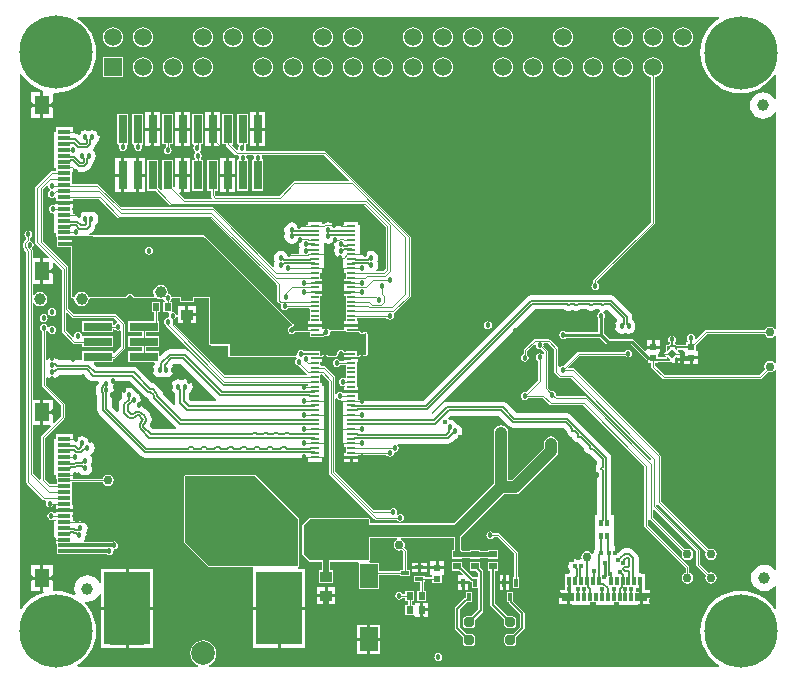
<source format=gtl>
G04*
G04 #@! TF.GenerationSoftware,Altium Limited,Altium Designer,19.1.8 (144)*
G04*
G04 Layer_Physical_Order=1*
G04 Layer_Color=255*
%FSLAX44Y44*%
%MOMM*%
G71*
G01*
G75*
%ADD14C,0.1016*%
%ADD16C,0.2540*%
%ADD17C,0.1270*%
%ADD19R,0.7000X0.1800*%
%ADD20R,0.3000X0.7100*%
%ADD21R,0.3000X0.3000*%
%ADD22R,1.2500X1.5000*%
%ADD23R,0.6500X0.5500*%
%ADD24R,1.0000X0.7000*%
%ADD25R,0.3000X0.7000*%
G04:AMPARAMS|DCode=26|XSize=0.8mm|YSize=0.8mm|CornerRadius=0.2mm|HoleSize=0mm|Usage=FLASHONLY|Rotation=90.000|XOffset=0mm|YOffset=0mm|HoleType=Round|Shape=RoundedRectangle|*
%AMROUNDEDRECTD26*
21,1,0.8000,0.4000,0,0,90.0*
21,1,0.4000,0.8000,0,0,90.0*
1,1,0.4000,0.2000,0.2000*
1,1,0.4000,0.2000,-0.2000*
1,1,0.4000,-0.2000,-0.2000*
1,1,0.4000,-0.2000,0.2000*
%
%ADD26ROUNDEDRECTD26*%
%ADD27R,1.5000X2.0000*%
%ADD28R,0.1500X0.1500*%
%ADD29P,0.6788X4X180.0*%
%ADD30R,0.1500X0.1500*%
%ADD31R,3.9000X6.2000*%
%ADD32R,3.3000X4.4000*%
%ADD33R,2.4000X0.7600*%
%ADD34R,1.0000X0.9000*%
%ADD35R,0.6200X0.6200*%
%ADD36R,1.0000X0.3000*%
%ADD37R,1.3000X1.6500*%
%ADD38R,0.7600X2.4000*%
%ADD39R,0.5500X0.6500*%
%ADD40R,0.7100X0.3000*%
%ADD41R,0.3000X0.6000*%
%ADD42C,0.7500*%
%ADD76C,0.1580*%
%ADD77C,0.1524*%
%ADD78C,1.0000*%
%ADD79C,0.5080*%
%ADD80C,0.2032*%
%ADD81C,0.2500*%
%ADD82C,1.0160*%
%ADD83C,0.3810*%
%ADD84C,0.3048*%
%ADD85C,0.6350*%
%ADD86C,5.3000*%
%ADD87R,1.5000X1.5000*%
%ADD88C,1.5000*%
%ADD89O,1.1000X1.9000*%
%ADD90O,1.1000X2.4000*%
%ADD91C,2.0000*%
%ADD92C,1.3680*%
%ADD93R,1.3680X1.3680*%
%ADD94C,6.2000*%
%ADD95C,0.4572*%
%ADD96C,0.6096*%
%ADD97C,0.4064*%
G36*
X597115Y553857D02*
X594857Y552474D01*
X590768Y548982D01*
X587276Y544893D01*
X584466Y540308D01*
X582409Y535340D01*
X581153Y530111D01*
X580731Y524750D01*
X581153Y519389D01*
X582409Y514160D01*
X584466Y509192D01*
X587276Y504607D01*
X590768Y500518D01*
X594857Y497026D01*
X599442Y494216D01*
X604410Y492159D01*
X609639Y490903D01*
X615000Y490481D01*
X620361Y490903D01*
X625590Y492159D01*
X630558Y494216D01*
X635143Y497026D01*
X639232Y500518D01*
X642724Y504607D01*
X643857Y506456D01*
X645079Y506112D01*
X645079Y485684D01*
X643809Y485431D01*
X643732Y485619D01*
X641946Y487946D01*
X639619Y489732D01*
X636908Y490854D01*
X634000Y491237D01*
X631092Y490854D01*
X628381Y489732D01*
X626054Y487946D01*
X624268Y485619D01*
X623146Y482908D01*
X622763Y480000D01*
X623146Y477092D01*
X624268Y474381D01*
X626054Y472054D01*
X628381Y470268D01*
X631092Y469146D01*
X634000Y468763D01*
X636908Y469146D01*
X639619Y470268D01*
X641946Y472054D01*
X643732Y474381D01*
X643809Y474569D01*
X645079Y474316D01*
X645079Y291263D01*
X643809Y290877D01*
X643436Y291436D01*
X641860Y292489D01*
X640000Y292859D01*
X638140Y292489D01*
X636564Y291436D01*
X635510Y289860D01*
X635469Y289650D01*
X585500D01*
X584334Y289167D01*
X577536Y282369D01*
X576366Y282994D01*
X576367Y283000D01*
X576110Y284288D01*
X575381Y285381D01*
X574288Y286110D01*
X573000Y286367D01*
X571712Y286110D01*
X570619Y285381D01*
X569890Y284288D01*
X569633Y283000D01*
X569890Y281712D01*
X570441Y280886D01*
X570121Y279944D01*
X569879Y279616D01*
X568884D01*
Y277172D01*
X561367D01*
X561300Y277200D01*
X561130D01*
X560765Y277565D01*
X560093Y278014D01*
X559300Y278172D01*
X559197Y278859D01*
X559240Y279442D01*
X559431Y279569D01*
X560160Y280662D01*
X560417Y281950D01*
X560160Y283238D01*
X559431Y284331D01*
X558338Y285060D01*
X557050Y285317D01*
X555762Y285060D01*
X554669Y284331D01*
X553940Y283238D01*
X553683Y281950D01*
X553940Y280662D01*
X554669Y279569D01*
X554860Y279442D01*
X554903Y278859D01*
X554800Y278172D01*
X554007Y278014D01*
X553335Y277565D01*
X552970Y277200D01*
X552700D01*
X551922Y276878D01*
X551600Y276100D01*
Y272500D01*
X551868Y271854D01*
X550014Y270000D01*
X551868Y268146D01*
X551600Y267500D01*
Y266972D01*
X545116D01*
Y269860D01*
X546640D01*
Y274230D01*
X535360D01*
Y272596D01*
X534187Y272110D01*
X524648Y281648D01*
X523892Y282153D01*
X523000Y282331D01*
X503965D01*
X499331Y286965D01*
Y299586D01*
X499381Y299619D01*
X500110Y300712D01*
X500367Y302000D01*
X500110Y303288D01*
X499381Y304381D01*
X498817Y304757D01*
X498810Y305192D01*
X499120Y306082D01*
X501022Y306461D01*
X502151Y307215D01*
X510518Y298849D01*
X510394Y297585D01*
X510109Y297395D01*
X508762Y295378D01*
X508289Y293000D01*
X508762Y290621D01*
X510109Y288605D01*
X512126Y287258D01*
X514504Y286785D01*
X516883Y287258D01*
X517298Y287535D01*
X517714Y287258D01*
X520092Y286785D01*
X522471Y287258D01*
X524487Y288605D01*
X525835Y290621D01*
X526308Y293000D01*
X525835Y295378D01*
X524487Y297395D01*
X523287Y298197D01*
Y301075D01*
X522930Y302870D01*
X521913Y304392D01*
X508392Y317913D01*
X506870Y318930D01*
X505075Y319287D01*
X437596D01*
X435802Y318930D01*
X434280Y317913D01*
X346355Y229988D01*
X292710D01*
Y230710D01*
X291440D01*
Y233440D01*
X291440D01*
Y234560D01*
X291440D01*
Y236730D01*
X285400D01*
X278526D01*
X278090Y236575D01*
X277288Y237110D01*
X276000Y237367D01*
X274712Y237110D01*
X273619Y236381D01*
X272952Y235381D01*
X272859Y235370D01*
X271682Y236143D01*
Y249968D01*
X271198Y251134D01*
X263195Y259138D01*
X262029Y259621D01*
X260194D01*
X259116Y260084D01*
Y262560D01*
X260640D01*
Y265765D01*
X260977Y266993D01*
X261244Y267171D01*
X261541Y267294D01*
X261584Y267398D01*
X261677Y267461D01*
X261762Y267588D01*
X262491Y268074D01*
X263350Y268245D01*
X264209Y268074D01*
X264938Y267588D01*
X265070Y267389D01*
X265164Y267326D01*
X265207Y267222D01*
X265504Y267100D01*
X265770Y266921D01*
X265881Y266943D01*
X265985Y266900D01*
X272604D01*
X272715Y266946D01*
X272833Y266924D01*
X273092Y267102D01*
X273382Y267222D01*
X273428Y267333D01*
X273526Y267401D01*
X274351Y268671D01*
X274426Y269078D01*
X274507Y269485D01*
X274405Y270000D01*
X274576Y270859D01*
X275062Y271588D01*
X275791Y272075D01*
X276650Y272245D01*
X277509Y272075D01*
X278238Y271588D01*
X278605Y271039D01*
X278699Y270976D01*
X278742Y270872D01*
X279038Y270749D01*
X279305Y270571D01*
X279305Y270571D01*
X279415Y270592D01*
X279519Y270549D01*
X280884D01*
X281527Y270816D01*
X285400D01*
Y268730D01*
X279360D01*
Y267270D01*
X285400D01*
Y264730D01*
X279360D01*
Y263650D01*
X275869D01*
X275381Y264381D01*
X274288Y265110D01*
X273000Y265367D01*
X271712Y265110D01*
X270619Y264381D01*
X269890Y263288D01*
X269633Y262000D01*
X269890Y260712D01*
X270619Y259619D01*
X271712Y258890D01*
X273000Y258633D01*
X274288Y258890D01*
X275381Y259619D01*
X275869Y260350D01*
X279794D01*
X280884Y259916D01*
X280884Y258814D01*
X280884Y256084D01*
X280884Y254814D01*
X280884Y252084D01*
X280884Y250814D01*
Y249572D01*
X279614Y248893D01*
X279288Y249110D01*
X278000Y249367D01*
X276712Y249110D01*
X275619Y248381D01*
X274890Y247288D01*
X274633Y246000D01*
X274890Y244712D01*
X275619Y243619D01*
X276712Y242890D01*
X278000Y242633D01*
X279082Y242849D01*
X279750Y242395D01*
X280166Y241949D01*
X280039Y241440D01*
X279360D01*
Y239270D01*
X285400D01*
X291440D01*
Y241440D01*
X290814D01*
X289916Y242338D01*
X289916Y243916D01*
X289916Y245186D01*
X289916Y247916D01*
X289916Y249186D01*
X289916Y251916D01*
X289916Y253186D01*
X289916Y255916D01*
X289916Y257186D01*
X289916Y259916D01*
X289916Y261186D01*
Y262560D01*
X291440D01*
Y266090D01*
X292277Y266993D01*
X292544Y267171D01*
X292840Y267294D01*
X292884Y267398D01*
X292977Y267461D01*
X293062Y267588D01*
X293790Y268074D01*
X294650Y268245D01*
X295509Y268074D01*
X296119Y267667D01*
X296205Y267650D01*
X296264Y267585D01*
X296607Y267570D01*
X296945Y267503D01*
X297017Y267551D01*
X297105Y267547D01*
X298134Y267920D01*
X298266Y268042D01*
X298439Y268090D01*
X298440Y268090D01*
X298680Y268280D01*
X298714Y268340D01*
X298778Y268366D01*
X298916Y268699D01*
X299092Y269014D01*
X299092Y269014D01*
X299073Y269080D01*
X299100Y269144D01*
Y286856D01*
X299073Y286920D01*
X299092Y286986D01*
X299092Y286987D01*
X298916Y287300D01*
X298778Y287634D01*
X298714Y287660D01*
X298680Y287720D01*
X298440Y287910D01*
X298439Y287910D01*
X298266Y287958D01*
X298134Y288080D01*
X297105Y288452D01*
X297017Y288449D01*
X296945Y288497D01*
X296607Y288430D01*
X296264Y288415D01*
X296205Y288350D01*
X296119Y288333D01*
X295509Y287925D01*
X294650Y287755D01*
X293790Y287925D01*
X293062Y288412D01*
X292977Y288539D01*
X292884Y288602D01*
X292840Y288706D01*
X292544Y288829D01*
X292277Y289007D01*
X291440Y289910D01*
Y292730D01*
X285400D01*
X279360D01*
Y290100D01*
X268168Y290100D01*
X268115Y290078D01*
X268060Y290094D01*
X267733Y289919D01*
X267390Y289778D01*
X266352Y290399D01*
X265288Y291110D01*
X264000Y291366D01*
X262711Y291110D01*
X261910Y290575D01*
X260904Y290933D01*
X260640Y291137D01*
Y292730D01*
X254600D01*
X248560D01*
Y289450D01*
X237869D01*
X237765Y289407D01*
X237655Y289429D01*
X237388Y289251D01*
X237092Y289128D01*
X237048Y289024D01*
X236955Y288961D01*
X236588Y288412D01*
X235859Y287925D01*
X235000Y287755D01*
X234141Y287925D01*
X233412Y288412D01*
X232925Y289141D01*
X232755Y290000D01*
X232925Y290859D01*
X233412Y291588D01*
X234141Y292075D01*
X235081Y292262D01*
X235100Y292274D01*
X235123Y292271D01*
X235447Y292506D01*
X235781Y292729D01*
X235785Y292752D01*
X235804Y292766D01*
X236096Y293242D01*
X236115Y293361D01*
X236196Y293452D01*
X236463Y294212D01*
X236453Y294402D01*
X236525Y294577D01*
X236431Y294806D01*
X236417Y295053D01*
X236276Y295179D01*
X236203Y295355D01*
X161780Y369778D01*
X161003Y370100D01*
X63729Y370100D01*
X63238Y371275D01*
X63255Y371370D01*
X64704Y372338D01*
X67296Y374930D01*
X68307Y376443D01*
X68662Y378227D01*
Y378885D01*
X69739Y379605D01*
X71086Y381622D01*
X71559Y384000D01*
X71086Y386379D01*
X69739Y388395D01*
X67722Y389742D01*
X65344Y390215D01*
X62965Y389742D01*
X62550Y389465D01*
X62134Y389742D01*
X59756Y390215D01*
X57377Y389742D01*
X55361Y388395D01*
X54013Y386379D01*
X53941Y386017D01*
X53465Y386112D01*
X51310D01*
Y387810D01*
X50040D01*
Y391540D01*
X48516D01*
Y393460D01*
X50040D01*
Y396230D01*
X34764D01*
X33838Y395642D01*
X33690Y395630D01*
X32500Y395867D01*
X31212Y395610D01*
X30119Y394881D01*
X29390Y393788D01*
X29133Y392500D01*
X29390Y391212D01*
X30119Y390119D01*
X31212Y389390D01*
X32500Y389133D01*
X32997Y389232D01*
X34012Y388174D01*
X33906Y387810D01*
X33690D01*
Y377190D01*
Y372190D01*
X34960D01*
Y368460D01*
X36484D01*
Y359984D01*
X42129D01*
X42500Y359910D01*
X47900D01*
X47900Y318000D01*
X48222Y317222D01*
X49000Y316900D01*
X50127D01*
X50866Y316000D01*
X51333Y313653D01*
X52663Y311663D01*
X54653Y310333D01*
X57000Y309866D01*
X59347Y310333D01*
X61337Y311663D01*
X62667Y313653D01*
X63134Y316000D01*
X63873Y316900D01*
X94832D01*
X95128Y317023D01*
X95443Y317085D01*
X95506Y317179D01*
X95610Y317222D01*
X95733Y317519D01*
X95911Y317785D01*
X95926Y317859D01*
X96412Y318588D01*
X97141Y319074D01*
X98000Y319245D01*
X98859Y319074D01*
X99588Y318588D01*
X100075Y317859D01*
X100089Y317785D01*
X100267Y317519D01*
X100390Y317222D01*
X100494Y317179D01*
X100557Y317086D01*
X100871Y317023D01*
X101168Y316900D01*
X118090Y316900D01*
X118244Y316964D01*
X118410Y316948D01*
X118541Y317055D01*
X118788Y317190D01*
X118868Y317222D01*
X119771Y317328D01*
X120351Y317203D01*
X121653Y316333D01*
X124000Y315866D01*
X126347Y316333D01*
X127141Y315336D01*
X127619Y314619D01*
X127744Y314536D01*
X127359Y313266D01*
X126234D01*
Y304734D01*
X130328D01*
X131007Y303464D01*
X130890Y303288D01*
X130633Y302000D01*
X130730Y301516D01*
X130028Y300411D01*
X129771Y300321D01*
X128712Y300110D01*
X127619Y299381D01*
X126890Y298288D01*
X126633Y297000D01*
X126890Y295712D01*
X127619Y294619D01*
X128350Y294131D01*
Y294000D01*
X128834Y292834D01*
X176834Y244834D01*
X178000Y244350D01*
X248560D01*
Y242710D01*
X247290D01*
Y242112D01*
X177583D01*
X147498Y272197D01*
X145985Y273207D01*
X144201Y273562D01*
X131471D01*
X129687Y273207D01*
X128175Y272197D01*
X123689Y267712D01*
X122516Y268198D01*
Y272116D01*
X111150D01*
Y275184D01*
X122516D01*
Y284816D01*
X111150D01*
Y287884D01*
X122516D01*
Y297516D01*
X121650D01*
Y304734D01*
X123766D01*
Y313266D01*
X116234D01*
Y304734D01*
X118350D01*
Y297516D01*
X96484D01*
Y287884D01*
X107850D01*
Y284816D01*
X96484D01*
Y275184D01*
X107850D01*
Y272116D01*
X96484D01*
Y262484D01*
X118097D01*
X119185Y261250D01*
X119124Y260742D01*
X118605Y260395D01*
X117258Y258379D01*
X116785Y256000D01*
X117258Y253622D01*
X118605Y251605D01*
X120622Y250258D01*
X123000Y249785D01*
X125379Y250258D01*
X125794Y250535D01*
X126209Y250258D01*
X128588Y249785D01*
X130967Y250258D01*
X132983Y251605D01*
X134330Y253622D01*
X134803Y256000D01*
X134330Y258379D01*
X133254Y259989D01*
X134603Y261338D01*
X141069D01*
X171026Y231382D01*
X170949Y230849D01*
X170577Y230112D01*
X149480D01*
X148112Y231481D01*
Y236748D01*
X149395Y237605D01*
X150742Y239622D01*
X151215Y242000D01*
X150742Y244379D01*
X149395Y246395D01*
X147379Y247742D01*
X145000Y248215D01*
X142621Y247742D01*
X142000Y247327D01*
X141378Y247742D01*
X139000Y248215D01*
X136622Y247742D01*
X134605Y246395D01*
X133258Y244379D01*
X132785Y242000D01*
X133258Y239622D01*
X134605Y237605D01*
X135888Y236748D01*
Y228348D01*
X136099Y227290D01*
X134928Y226664D01*
X125624Y235969D01*
X125568Y236389D01*
X124833Y238163D01*
X123908Y239369D01*
X123683Y239705D01*
X120555Y242834D01*
X120219Y243058D01*
X119012Y243984D01*
X117239Y244719D01*
X116819Y244774D01*
X104296Y257296D01*
X102784Y258307D01*
X101000Y258662D01*
X69931D01*
X67282Y261311D01*
X67768Y262484D01*
X83516D01*
Y265650D01*
X84300D01*
X85466Y266134D01*
X93166Y273834D01*
X93650Y275000D01*
Y295000D01*
X93166Y296166D01*
X86166Y303166D01*
X85000Y303650D01*
X50683D01*
X45650Y308683D01*
Y343000D01*
X45166Y344166D01*
X24650Y364683D01*
Y409317D01*
X27420Y412087D01*
X27590Y412075D01*
X28716Y411587D01*
X28890Y410712D01*
X29619Y409619D01*
X30230Y409211D01*
X30230Y407789D01*
X29619Y407381D01*
X28889Y406288D01*
X28633Y405000D01*
X28889Y403712D01*
X29619Y402619D01*
X30711Y401890D01*
X32000Y401633D01*
X33288Y401890D01*
X34044Y402395D01*
X34960Y401479D01*
Y398770D01*
X50040D01*
Y400850D01*
X71817D01*
X87834Y384833D01*
X89000Y384350D01*
X166317D01*
X222350Y328317D01*
Y315333D01*
X222834Y314166D01*
X224166Y312834D01*
X225128Y312435D01*
X225566Y311776D01*
X225848Y311080D01*
X225633Y310000D01*
X225890Y308712D01*
X226619Y307619D01*
X227712Y306890D01*
X229000Y306633D01*
X230288Y306890D01*
X231381Y307619D01*
X231869Y308350D01*
X248994D01*
X250084Y307916D01*
X250084Y306814D01*
X250084Y304084D01*
X250084Y302814D01*
X250084Y300084D01*
X250084Y298814D01*
Y297440D01*
X248560D01*
Y295270D01*
X254600D01*
X260640D01*
Y297440D01*
X260014D01*
X259116Y298338D01*
X259116Y299916D01*
X259116Y301186D01*
X259116Y303916D01*
X259116Y305186D01*
X259116Y307916D01*
X259116Y309186D01*
Y311916D01*
X259116D01*
Y312084D01*
X259116D01*
Y315916D01*
X259116D01*
Y316084D01*
X259116D01*
Y318560D01*
X260640D01*
Y320730D01*
X254600D01*
Y323270D01*
X260640D01*
Y325440D01*
X260640D01*
Y326560D01*
X260640D01*
Y328730D01*
X254600D01*
Y331270D01*
X260640D01*
Y333440D01*
X259116D01*
Y335916D01*
X259116D01*
Y336084D01*
X259116D01*
Y338560D01*
X260640D01*
Y341290D01*
X261910D01*
Y353290D01*
Y363260D01*
X263030Y363859D01*
X263622Y363464D01*
X266000Y362991D01*
X268379Y363464D01*
X269814Y364423D01*
X270957Y363659D01*
X270785Y362794D01*
X271258Y360415D01*
X271535Y360000D01*
X271258Y359585D01*
X270785Y357206D01*
X271258Y354827D01*
X272605Y352811D01*
X274622Y351464D01*
X277000Y350991D01*
X277108Y351012D01*
X278090Y350206D01*
Y341290D01*
X279360D01*
Y338560D01*
X280884D01*
Y336084D01*
X280884D01*
Y335916D01*
X280884D01*
Y333440D01*
X279360D01*
Y331270D01*
X285400D01*
Y328730D01*
X279360D01*
Y326560D01*
X279360D01*
Y325440D01*
X279360D01*
Y323270D01*
X285400D01*
Y320730D01*
X279360D01*
Y318560D01*
X280884D01*
Y316084D01*
X280884D01*
Y315916D01*
X280884D01*
Y312084D01*
X280884D01*
Y311916D01*
X280884D01*
Y308084D01*
X280884D01*
Y307916D01*
X280884D01*
Y304084D01*
X280884D01*
Y303916D01*
X280884D01*
Y300084D01*
X280884D01*
Y299916D01*
X280884D01*
Y297440D01*
X279360D01*
Y295270D01*
X285400D01*
X291440D01*
Y297440D01*
X289916D01*
Y299916D01*
X291006Y300350D01*
X315131D01*
X315619Y299619D01*
X316712Y298890D01*
X318000Y298633D01*
X319288Y298890D01*
X320381Y299619D01*
X321110Y300712D01*
X321367Y302000D01*
X321140Y303139D01*
X321120Y303310D01*
X321727Y304652D01*
X322166Y304834D01*
X335166Y317834D01*
X335650Y319000D01*
Y368621D01*
X335166Y369787D01*
X264177Y440776D01*
X263011Y441260D01*
X196668D01*
X195989Y442530D01*
X196110Y442712D01*
X196367Y444000D01*
X196110Y445288D01*
X195826Y445714D01*
X196505Y446984D01*
X198316D01*
Y473016D01*
X188684D01*
Y446984D01*
X189495D01*
X190174Y445714D01*
X189890Y445288D01*
X189633Y444000D01*
X189732Y443505D01*
X188902Y442155D01*
X188814Y442105D01*
X188304Y442029D01*
X184522Y445811D01*
X185008Y446984D01*
X185616D01*
Y473016D01*
X175984D01*
Y446984D01*
X179240D01*
X179634Y446034D01*
X187224Y438444D01*
X188390Y437960D01*
X189645D01*
X190358Y436838D01*
X190370Y436690D01*
X190133Y435500D01*
X190176Y435286D01*
X189134Y434016D01*
X188684D01*
Y407984D01*
X198316D01*
Y434016D01*
X197866D01*
X196824Y435286D01*
X196867Y435500D01*
X196630Y436690D01*
X196642Y436838D01*
X197355Y437960D01*
X202261D01*
X203010Y436690D01*
X202833Y435800D01*
X202936Y435286D01*
X202010Y434016D01*
X201384D01*
Y407984D01*
X211016D01*
Y434016D01*
X210390D01*
X209464Y435286D01*
X209567Y435800D01*
X209390Y436690D01*
X210139Y437960D01*
X262328D01*
X283465Y416823D01*
X282979Y415650D01*
X237000D01*
X235834Y415166D01*
X224317Y403650D01*
X170683D01*
X169750Y404583D01*
Y407984D01*
X172916D01*
Y434016D01*
X163284D01*
Y407984D01*
X166450D01*
Y403900D01*
X166934Y402734D01*
X167716Y401952D01*
X167190Y400682D01*
X144451D01*
X139846Y405287D01*
X140332Y406460D01*
X141430D01*
Y419730D01*
X136360D01*
Y411663D01*
X135090Y410984D01*
X134816Y411167D01*
Y434016D01*
X125184D01*
Y409045D01*
X123914Y408519D01*
X122116Y410317D01*
Y434016D01*
X112484D01*
Y407984D01*
X119783D01*
X131933Y395834D01*
X133100Y395350D01*
X296317D01*
X314350Y377317D01*
Y341683D01*
X312317Y339650D01*
X306769D01*
X306467Y340920D01*
X307742Y342827D01*
X308216Y345206D01*
X307742Y347584D01*
X307465Y348000D01*
X307742Y348415D01*
X308216Y350794D01*
X307742Y353172D01*
X306395Y355189D01*
X304379Y356536D01*
X302000Y357009D01*
X299622Y356536D01*
X297605Y355189D01*
X296885Y354112D01*
X292710D01*
Y365290D01*
Y378710D01*
X291440D01*
Y381440D01*
X279360D01*
Y378710D01*
X278090D01*
Y378112D01*
X271115D01*
X270395Y379189D01*
X268379Y380536D01*
X266000Y381009D01*
X263622Y380536D01*
X261910Y379393D01*
X260870Y379772D01*
X260640Y379955D01*
Y381440D01*
X248560D01*
Y378710D01*
X247290D01*
Y378112D01*
X240115D01*
X239395Y379189D01*
X237379Y380536D01*
X235000Y381009D01*
X232621Y380536D01*
X230605Y379189D01*
X229258Y377173D01*
X228785Y374794D01*
X229258Y372416D01*
X229535Y372000D01*
X229258Y371585D01*
X228785Y369206D01*
X229258Y366828D01*
X230605Y364811D01*
X232621Y363464D01*
X235000Y362991D01*
X237379Y363464D01*
X239395Y364811D01*
X239453Y364898D01*
X239921Y364894D01*
X240948Y363617D01*
X240785Y362794D01*
X241258Y360415D01*
X241535Y360000D01*
X241258Y359585D01*
X240785Y357206D01*
X241147Y355382D01*
X240325Y354112D01*
X231115D01*
X230395Y355189D01*
X228379Y356536D01*
X226000Y357009D01*
X223622Y356536D01*
X221605Y355189D01*
X220258Y353172D01*
X219785Y350794D01*
X220258Y348415D01*
X220535Y348000D01*
X220258Y347584D01*
X219785Y345206D01*
X219999Y344130D01*
X218828Y343505D01*
X169166Y393166D01*
X168000Y393650D01*
X90683D01*
X71166Y413166D01*
X70000Y413650D01*
X48516D01*
Y423460D01*
X50040D01*
Y425044D01*
X51213Y425530D01*
X51405Y425338D01*
X52917Y424328D01*
X54701Y423973D01*
X59064D01*
X60848Y424328D01*
X62361Y425338D01*
X64953Y427930D01*
X65963Y429443D01*
X66318Y431227D01*
Y431885D01*
X67395Y432605D01*
X68742Y434622D01*
X69215Y437000D01*
X68742Y439379D01*
X67395Y441395D01*
X66918Y441713D01*
X66794Y442977D01*
X67747Y443930D01*
X68757Y445443D01*
X69112Y447226D01*
Y447748D01*
X70395Y448605D01*
X71742Y450621D01*
X72215Y453000D01*
X71742Y455378D01*
X70395Y457395D01*
X68379Y458742D01*
X66000Y459215D01*
X63622Y458742D01*
X63000Y458327D01*
X62379Y458742D01*
X60000Y459215D01*
X57621Y458742D01*
X55605Y457395D01*
X54889Y456323D01*
X53450Y455757D01*
X51666Y456112D01*
X51310D01*
Y457810D01*
X50040D01*
Y461540D01*
X34960D01*
Y457810D01*
X33690D01*
Y447190D01*
Y442190D01*
Y432190D01*
Y427190D01*
X34960D01*
Y424150D01*
X31753D01*
X30586Y423666D01*
X17834Y410914D01*
X17350Y409747D01*
Y364231D01*
X17834Y363065D01*
X29185Y351713D01*
X28699Y350540D01*
X24770D01*
Y341020D01*
X32540D01*
Y346699D01*
X33714Y347185D01*
X40318Y340580D01*
Y289032D01*
X40802Y287866D01*
X49834Y278834D01*
X51000Y278350D01*
X57484D01*
Y275184D01*
X83516D01*
Y284816D01*
X58594D01*
X57435Y284995D01*
X57171Y285956D01*
X57104Y286295D01*
X56663Y286954D01*
X57569Y287884D01*
X83516D01*
Y291050D01*
X84831D01*
X85319Y290319D01*
X86412Y289590D01*
X87700Y289333D01*
X88988Y289590D01*
X89080Y289651D01*
X90350Y288972D01*
Y275683D01*
X84786Y270119D01*
X83516Y270645D01*
Y272116D01*
X57484D01*
Y264112D01*
X38305D01*
X38121Y264296D01*
X36609Y265307D01*
X35003Y265626D01*
X34378Y266043D01*
X32000Y266516D01*
X29622Y266043D01*
X27920Y264906D01*
X26650Y265378D01*
Y288766D01*
X27584Y289497D01*
X28811Y289147D01*
X28896Y288718D01*
X29626Y287626D01*
X30719Y286896D01*
X32007Y286640D01*
X33295Y286896D01*
X34388Y287626D01*
X35117Y288718D01*
X35373Y290007D01*
X35117Y291295D01*
X34388Y292388D01*
X33295Y293117D01*
X32007Y293374D01*
X30719Y293117D01*
X29626Y292388D01*
X29594Y292339D01*
X28246Y292607D01*
X28110Y293288D01*
X27381Y294381D01*
X26288Y295110D01*
X25000Y295367D01*
X23712Y295110D01*
X22619Y294381D01*
X21890Y293288D01*
X21633Y292000D01*
X21890Y290712D01*
X22619Y289619D01*
X23350Y289131D01*
Y243000D01*
X23834Y241834D01*
X39350Y226317D01*
Y216683D01*
X33714Y211046D01*
X32540Y211532D01*
Y218980D01*
X24770D01*
Y209460D01*
X30468D01*
X30954Y208287D01*
X22834Y200166D01*
X22350Y199000D01*
Y163778D01*
X21080Y163253D01*
X15650Y168683D01*
Y209460D01*
X22230D01*
Y220250D01*
Y231040D01*
X15650D01*
Y312390D01*
X16920Y312775D01*
X17663Y311663D01*
X19653Y310333D01*
X22000Y309866D01*
X24347Y310333D01*
X26337Y311663D01*
X27667Y313653D01*
X28134Y316000D01*
X27667Y318347D01*
X26337Y320337D01*
X24347Y321667D01*
X22000Y322134D01*
X19653Y321667D01*
X17663Y320337D01*
X16920Y319225D01*
X15650Y319610D01*
Y328960D01*
X22230D01*
Y339750D01*
Y350540D01*
X15650D01*
Y357643D01*
X15166Y358810D01*
X15237Y359523D01*
X15381Y359619D01*
X16110Y360711D01*
X16367Y361999D01*
X16110Y363288D01*
X15381Y364380D01*
X14288Y365110D01*
X13992Y365169D01*
X13650Y365809D01*
Y368131D01*
X14381Y368619D01*
X15110Y369712D01*
X15367Y371000D01*
X15110Y372288D01*
X14381Y373381D01*
X13288Y374110D01*
X12000Y374367D01*
X10712Y374110D01*
X9619Y373381D01*
X8890Y372288D01*
X8633Y371000D01*
X8890Y369712D01*
X9619Y368619D01*
X10208Y368226D01*
X10237Y366957D01*
X8024Y364744D01*
X7540Y363577D01*
Y360421D01*
X8024Y359255D01*
X8140Y359138D01*
Y358980D01*
X8623Y357813D01*
X10318Y356118D01*
Y167158D01*
X10350Y167081D01*
Y161000D01*
X10834Y159834D01*
X24334Y146334D01*
X25500Y145850D01*
X26406D01*
X27085Y144580D01*
X26890Y144288D01*
X26633Y143000D01*
X26890Y141712D01*
X27619Y140619D01*
X28712Y139890D01*
X30000Y139633D01*
X31288Y139890D01*
X32381Y140619D01*
X32869Y141350D01*
X34960D01*
Y138770D01*
X50040D01*
Y141540D01*
X48516D01*
Y149984D01*
Y160850D01*
X74969D01*
X75010Y160640D01*
X76064Y159064D01*
X77640Y158011D01*
X79500Y157641D01*
X81360Y158011D01*
X82936Y159064D01*
X83989Y160640D01*
X84359Y162500D01*
X83989Y164360D01*
X82936Y165936D01*
X81360Y166989D01*
X79500Y167359D01*
X77640Y166989D01*
X76064Y165936D01*
X75010Y164360D01*
X74969Y164150D01*
X50040D01*
Y167190D01*
X51310D01*
Y168888D01*
X51613D01*
X53396Y169243D01*
X53646Y169410D01*
X55260Y169121D01*
X55605Y168605D01*
X57621Y167258D01*
X60000Y166785D01*
X62379Y167258D01*
X64395Y168605D01*
X65742Y170621D01*
X66215Y173000D01*
X65742Y175378D01*
X65327Y176000D01*
X65742Y176621D01*
X66215Y179000D01*
X65742Y181378D01*
X64643Y183023D01*
X64505Y183666D01*
X64884Y184596D01*
X66395Y185605D01*
X67742Y187621D01*
X68215Y190000D01*
X67742Y192379D01*
X66395Y194395D01*
X64378Y195742D01*
X62807Y196055D01*
X62742Y196378D01*
X61395Y198395D01*
X59378Y199742D01*
X57000Y200215D01*
X54621Y199742D01*
X52605Y198395D01*
X52471Y198194D01*
X51310Y197810D01*
Y197810D01*
X51310Y197810D01*
X50040D01*
Y201540D01*
X34960D01*
Y197810D01*
X33690D01*
Y187190D01*
Y182190D01*
Y172190D01*
Y167190D01*
X34960D01*
Y163460D01*
X36484D01*
Y159150D01*
X30183D01*
X25650Y163683D01*
Y198317D01*
X42166Y214834D01*
X42650Y216000D01*
Y227000D01*
X42166Y228166D01*
X26650Y243683D01*
Y249636D01*
X27920Y250108D01*
X29622Y248971D01*
X32000Y248497D01*
X34378Y248971D01*
X36395Y250318D01*
X36676Y250738D01*
X38121Y251704D01*
X38305Y251888D01*
X59417D01*
X63502Y247803D01*
X65015Y246793D01*
X66799Y246438D01*
X71152D01*
X71777Y245675D01*
X71828Y245168D01*
X70640Y243980D01*
X69629Y242467D01*
X69275Y240683D01*
Y237317D01*
X69629Y235533D01*
X70438Y234323D01*
Y221901D01*
X70793Y220117D01*
X71803Y218604D01*
X107154Y183253D01*
X108666Y182243D01*
X110450Y181888D01*
X247290D01*
Y181290D01*
X248560D01*
Y178560D01*
X260640D01*
Y181290D01*
X261910D01*
Y193290D01*
Y205290D01*
Y217290D01*
Y229290D01*
Y242710D01*
X260640D01*
Y245440D01*
X259116D01*
Y247916D01*
X259116D01*
Y248084D01*
X259116D01*
Y251916D01*
X259947Y252247D01*
X260386Y252281D01*
X266350Y246317D01*
Y169126D01*
X266834Y167960D01*
X304960Y129834D01*
X306126Y129350D01*
X324131D01*
X324619Y128619D01*
X325712Y127890D01*
X327000Y127633D01*
X328288Y127890D01*
X329381Y128619D01*
X330110Y129712D01*
X330367Y131000D01*
X330110Y132288D01*
X329381Y133381D01*
X328288Y134110D01*
X327000Y134367D01*
X325712Y134110D01*
X324853Y133537D01*
X323937Y134452D01*
X324110Y134712D01*
X324367Y136000D01*
X324110Y137288D01*
X323381Y138381D01*
X322288Y139110D01*
X321000Y139367D01*
X319712Y139110D01*
X318619Y138381D01*
X318131Y137650D01*
X304683D01*
X271682Y170651D01*
Y231857D01*
X272859Y232630D01*
X272952Y232619D01*
X273619Y231619D01*
X274712Y230890D01*
X276000Y230633D01*
X276859Y230804D01*
X277895Y230139D01*
X278090Y229898D01*
Y217290D01*
Y205290D01*
Y193290D01*
X279360D01*
Y190560D01*
X280884D01*
Y188084D01*
X280884D01*
Y187916D01*
X280884D01*
Y185440D01*
X279360D01*
Y183270D01*
X285400D01*
X291440D01*
Y184350D01*
X315131D01*
X315619Y183619D01*
X316712Y182890D01*
X318000Y182633D01*
X319288Y182890D01*
X320381Y183619D01*
X321110Y184712D01*
X321367Y186000D01*
X322000Y186633D01*
X323288Y186890D01*
X324381Y187619D01*
X325110Y188712D01*
X325367Y190000D01*
X325110Y191288D01*
X324423Y192317D01*
X324498Y192675D01*
X324862Y193587D01*
X366997D01*
X368792Y193944D01*
X370314Y194960D01*
X373245Y197892D01*
X375330Y198306D01*
X377346Y199654D01*
X378694Y201670D01*
X379167Y204049D01*
X378694Y206427D01*
X377346Y208444D01*
X375330Y209791D01*
X374840Y209888D01*
X374742Y210378D01*
X373395Y212395D01*
X371379Y213742D01*
X369000Y214215D01*
X368182Y214053D01*
X367556Y215223D01*
X369643Y217310D01*
X410385D01*
X419012Y208683D01*
X420533Y207667D01*
X422328Y207310D01*
X465057D01*
X467581Y204786D01*
X467879Y203288D01*
X468971Y201652D01*
X469140Y201400D01*
D01*
X469808Y200732D01*
X469810Y200730D01*
X469810Y200730D01*
X471698Y199469D01*
X472241Y199361D01*
X472349Y198818D01*
X473442Y197182D01*
X473610Y196930D01*
X473610Y196930D01*
X474278Y196262D01*
X474280Y196260D01*
X474281Y196260D01*
X476168Y194999D01*
X477666Y194701D01*
X482346Y190021D01*
X482644Y188523D01*
X483736Y186887D01*
X483905Y186635D01*
X483905Y186635D01*
X484573Y185967D01*
X484575Y185965D01*
X484575Y185965D01*
X486463Y184704D01*
X487961Y184405D01*
X493511Y178856D01*
Y176404D01*
X492825Y175379D01*
X492442Y173450D01*
X492383Y173153D01*
Y172204D01*
D01*
X492442Y171907D01*
X492825Y169978D01*
X493511Y168953D01*
Y152000D01*
Y133059D01*
X491439D01*
Y119439D01*
Y108939D01*
X491934D01*
Y106809D01*
X491189D01*
Y102576D01*
X490667Y101795D01*
X490436Y100637D01*
X489088Y100369D01*
X488436Y101345D01*
X486860Y102398D01*
X485000Y102768D01*
X483140Y102398D01*
X481564Y101345D01*
X480510Y99768D01*
X480141Y97909D01*
X480319Y97010D01*
X480108Y95898D01*
X479398Y95630D01*
X477804Y95313D01*
X477543Y95139D01*
X477283Y95313D01*
X475003Y95766D01*
X472724Y95313D01*
X470792Y94022D01*
X469500Y92090D01*
X469047Y89810D01*
X469500Y87531D01*
X470792Y85598D01*
X470819Y85580D01*
X470434Y84310D01*
X469690D01*
Y83040D01*
X465960D01*
Y70960D01*
X465115Y70040D01*
X461460D01*
Y65270D01*
X469000D01*
Y64000D01*
X470270D01*
Y57960D01*
X472190D01*
Y56690D01*
X487810D01*
Y59484D01*
X492190D01*
Y56690D01*
X507810D01*
Y59484D01*
X512190D01*
Y56690D01*
X527810D01*
Y57960D01*
X529730D01*
Y64000D01*
X531000D01*
Y65270D01*
X538540D01*
Y70040D01*
X534885D01*
X534040Y70960D01*
Y83040D01*
X530310D01*
Y84310D01*
X528863D01*
Y97057D01*
X528506Y98852D01*
X527489Y100373D01*
X524230Y103632D01*
X522709Y104649D01*
X520914Y105006D01*
X516833D01*
X515038Y104649D01*
X513517Y103632D01*
X511195Y101311D01*
X511146Y101320D01*
X510079Y101108D01*
X508809Y102151D01*
Y106809D01*
X507564D01*
Y115124D01*
X507559Y115150D01*
Y119439D01*
Y133059D01*
X505488D01*
Y181875D01*
X505131Y183670D01*
X504114Y185191D01*
X471392Y217913D01*
X469870Y218930D01*
X468075Y219287D01*
X425346D01*
X416720Y227913D01*
X415199Y228930D01*
X413404Y229287D01*
X366624D01*
X364829Y228930D01*
X363308Y227913D01*
X354020Y218625D01*
X353785Y218684D01*
X353396Y220091D01*
X440615Y307310D01*
X465351D01*
X466621Y306461D01*
X468550Y306077D01*
X468847Y306018D01*
X469796D01*
D01*
X470093Y306077D01*
X472022Y306461D01*
X472482Y306768D01*
X472942Y306461D01*
X474872Y306077D01*
X475169Y306018D01*
X476117D01*
D01*
X476414Y306077D01*
X478344Y306461D01*
X479614Y307310D01*
X484596D01*
X485621Y306625D01*
X487550Y306241D01*
X487847Y306182D01*
X488796D01*
D01*
X489093Y306241D01*
X491022Y306625D01*
X492047Y307310D01*
X494351D01*
X495621Y306461D01*
X495806Y306424D01*
Y305129D01*
X495712Y305110D01*
X494619Y304381D01*
X493890Y303288D01*
X493633Y302000D01*
X493890Y300712D01*
X494619Y299619D01*
X494669Y299586D01*
Y288130D01*
X467213D01*
X467179Y288179D01*
X466087Y288909D01*
X464799Y289166D01*
X463511Y288909D01*
X462418Y288179D01*
X461688Y287087D01*
X461432Y285799D01*
X461688Y284510D01*
X462418Y283418D01*
X463511Y282689D01*
X464799Y282432D01*
X466087Y282689D01*
X467179Y283418D01*
X467213Y283468D01*
X496236D01*
X501352Y278352D01*
X502108Y277847D01*
X503000Y277669D01*
X522035D01*
X534852Y264852D01*
X535608Y264347D01*
X536500Y264169D01*
X536884D01*
Y262384D01*
X539351D01*
Y259000D01*
X539834Y257833D01*
X548834Y248834D01*
X550000Y248350D01*
X631000D01*
X632166Y248834D01*
X637962Y254629D01*
X638140Y254510D01*
X640000Y254141D01*
X641860Y254510D01*
X643436Y255564D01*
X643809Y256123D01*
X645079Y255737D01*
X645079Y87252D01*
X643810Y86820D01*
X642946Y87946D01*
X640619Y89732D01*
X637908Y90854D01*
X635000Y91237D01*
X632092Y90854D01*
X629381Y89732D01*
X627054Y87946D01*
X625268Y85618D01*
X624146Y82908D01*
X623763Y80000D01*
X624146Y77092D01*
X625268Y74381D01*
X627054Y72054D01*
X629381Y70268D01*
X632092Y69146D01*
X635000Y68763D01*
X637908Y69146D01*
X640619Y70268D01*
X642946Y72054D01*
X643810Y73180D01*
X645079Y72748D01*
X645079Y53638D01*
X643857Y53293D01*
X642724Y55143D01*
X639232Y59232D01*
X635143Y62724D01*
X630558Y65534D01*
X625590Y67591D01*
X620361Y68847D01*
X615000Y69269D01*
X609639Y68847D01*
X604410Y67591D01*
X599442Y65534D01*
X594857Y62724D01*
X590768Y59232D01*
X587276Y55143D01*
X584466Y50558D01*
X582409Y45590D01*
X581153Y40361D01*
X580731Y35000D01*
X581153Y29639D01*
X582409Y24410D01*
X584466Y19442D01*
X587276Y14857D01*
X590768Y10768D01*
X594857Y7276D01*
X596707Y6143D01*
X596362Y4920D01*
X164753Y4920D01*
X164500Y6191D01*
X165555Y6628D01*
X167857Y8393D01*
X169622Y10695D01*
X170732Y13374D01*
X171111Y16250D01*
X170732Y19126D01*
X169622Y21806D01*
X167857Y24107D01*
X165555Y25872D01*
X162876Y26982D01*
X160000Y27361D01*
X157124Y26982D01*
X154445Y25872D01*
X152143Y24107D01*
X150378Y21806D01*
X149268Y19126D01*
X148889Y16250D01*
X149268Y13374D01*
X150378Y10695D01*
X152143Y8393D01*
X154445Y6628D01*
X155500Y6191D01*
X155247Y4920D01*
X53638D01*
X53293Y6143D01*
X55143Y7276D01*
X59232Y10768D01*
X62724Y14857D01*
X65534Y19442D01*
X67591Y24410D01*
X68847Y29639D01*
X69269Y35000D01*
X68847Y40361D01*
X67591Y45590D01*
X65534Y50558D01*
X62724Y55143D01*
X59602Y58798D01*
X60251Y59993D01*
X62000Y59763D01*
X64908Y60146D01*
X67619Y61268D01*
X69946Y63054D01*
X71732Y65381D01*
X72190Y66488D01*
X73460Y66235D01*
Y55520D01*
X94230D01*
Y87790D01*
X73460D01*
Y75765D01*
X72190Y75512D01*
X71732Y76619D01*
X69946Y78946D01*
X67619Y80732D01*
X64908Y81854D01*
X62000Y82237D01*
X59092Y81854D01*
X56381Y80732D01*
X54054Y78946D01*
X52268Y76619D01*
X51146Y73908D01*
X50763Y71000D01*
X51146Y68092D01*
X51939Y66177D01*
X50924Y65309D01*
X50558Y65534D01*
X45590Y67591D01*
X40361Y68847D01*
X35000Y69269D01*
X33473Y69149D01*
X32540Y70010D01*
Y78480D01*
X24770D01*
Y68120D01*
X24821Y67690D01*
X24410Y67591D01*
X19442Y65534D01*
X14857Y62724D01*
X10768Y59232D01*
X7276Y55143D01*
X6146Y53298D01*
X4924Y53643D01*
X4923Y506357D01*
X6146Y506702D01*
X7276Y504857D01*
X10768Y500768D01*
X14857Y497276D01*
X19442Y494466D01*
X24410Y492409D01*
X24821Y492310D01*
X24770Y491879D01*
Y481520D01*
X32540D01*
Y489990D01*
X33473Y490852D01*
X35000Y490731D01*
X40361Y491153D01*
X45590Y492409D01*
X50558Y494466D01*
X55143Y497276D01*
X59232Y500768D01*
X62724Y504857D01*
X65534Y509442D01*
X67591Y514410D01*
X68847Y519639D01*
X69269Y525000D01*
X68847Y530361D01*
X67591Y535590D01*
X65534Y540558D01*
X62724Y545143D01*
X59232Y549232D01*
X55143Y552724D01*
X53293Y553857D01*
X53638Y555079D01*
X596770D01*
X597115Y553857D01*
D02*
G37*
G36*
X164900Y278859D02*
X165019Y278572D01*
X165075Y278265D01*
X165719Y277262D01*
X165819Y277192D01*
X165866Y277078D01*
X166154Y276959D01*
X166410Y276782D01*
X166531Y276803D01*
X166644Y276756D01*
X181256D01*
Y268000D01*
X181578Y267222D01*
X182356Y266900D01*
X238608D01*
X239057Y265673D01*
X238619Y265381D01*
X237890Y264288D01*
X237633Y263000D01*
X237890Y261712D01*
X238619Y260619D01*
X239712Y259890D01*
X241000Y259633D01*
X241028Y259639D01*
X247748Y252920D01*
X247708Y252512D01*
X247373Y251650D01*
X178683D01*
X135650Y294683D01*
Y299131D01*
X136381Y299619D01*
X137110Y300712D01*
X137190Y301112D01*
X138460Y300987D01*
Y295960D01*
X144730D01*
Y303000D01*
Y310040D01*
X138460D01*
Y303013D01*
X137190Y302888D01*
X137110Y303288D01*
X136381Y304381D01*
X135288Y305110D01*
X134000Y305367D01*
X133766Y305559D01*
Y313266D01*
X132641D01*
X132256Y314536D01*
X132381Y314619D01*
X133110Y315712D01*
X133347Y316900D01*
X139984D01*
Y313484D01*
X152016D01*
Y316900D01*
X164900D01*
Y278859D01*
D02*
G37*
G36*
X48834Y300834D02*
X50000Y300350D01*
X84317D01*
X87371Y297296D01*
X86953Y295918D01*
X86412Y295810D01*
X85319Y295081D01*
X84831Y294350D01*
X83516D01*
Y297516D01*
X57484D01*
Y288219D01*
X56479Y287372D01*
X56374Y287388D01*
X55282Y288117D01*
X53993Y288374D01*
X52705Y288117D01*
X51613Y287387D01*
X50883Y286295D01*
X50627Y285007D01*
X50752Y284377D01*
X49581Y283752D01*
X43618Y289715D01*
Y304390D01*
X44791Y304876D01*
X48834Y300834D01*
D02*
G37*
G36*
X561300Y272500D02*
X561000D01*
X559200Y274300D01*
Y276100D01*
X561300D01*
Y272500D01*
D02*
G37*
G36*
X554800Y274300D02*
X553000Y272500D01*
X552700D01*
Y276100D01*
X554800D01*
Y274300D01*
D02*
G37*
G36*
X235426Y294577D02*
X235158Y293817D01*
X234866Y293340D01*
X233712Y293110D01*
X232619Y292381D01*
X231890Y291288D01*
X231633Y290000D01*
X231890Y288712D01*
X232619Y287619D01*
X233712Y286890D01*
X235000Y286633D01*
X236288Y286890D01*
X237381Y287619D01*
X237869Y288350D01*
X248994D01*
X250084Y287916D01*
Y284084D01*
X259116D01*
Y284187D01*
X261175D01*
X261869Y284325D01*
X262457Y284718D01*
X262661Y284922D01*
X262711Y284889D01*
X264000Y284633D01*
X265288Y284889D01*
X266380Y285619D01*
X267110Y286711D01*
X267366Y287999D01*
X267362Y288018D01*
X268168Y289000D01*
X280884Y289000D01*
Y288084D01*
X284867D01*
X285650Y287928D01*
X292063D01*
X292269Y287619D01*
X293361Y286890D01*
X294650Y286633D01*
X295938Y286890D01*
X296730Y287419D01*
X297759Y287046D01*
X298000Y286856D01*
Y269144D01*
X297759Y268954D01*
X296730Y268581D01*
X295938Y269110D01*
X294650Y269367D01*
X293361Y269110D01*
X292269Y268381D01*
X292063Y268072D01*
X291181D01*
X289916Y268084D01*
Y271916D01*
X280884D01*
Y271650D01*
X279519D01*
X279031Y272381D01*
X277938Y273110D01*
X276650Y273367D01*
X275362Y273110D01*
X274270Y272381D01*
X273540Y271288D01*
X273284Y270000D01*
X273429Y269270D01*
X272604Y268000D01*
X265985D01*
X265730Y268381D01*
X264638Y269110D01*
X263350Y269367D01*
X262062Y269110D01*
X260969Y268381D01*
X260763Y268072D01*
X260381D01*
X259116Y268084D01*
Y271916D01*
X255133D01*
X254350Y272072D01*
X245587D01*
X245381Y272381D01*
X244288Y273110D01*
X243000Y273367D01*
X241712Y273110D01*
X240619Y272381D01*
X239890Y271288D01*
X239633Y270000D01*
X239778Y269270D01*
X238954Y268000D01*
X182356D01*
Y277856D01*
X166644D01*
X166000Y278859D01*
Y318000D01*
X133168D01*
X133110Y318288D01*
X132381Y319381D01*
X131288Y320110D01*
X130000Y320367D01*
X129841Y320526D01*
X130134Y322000D01*
X129667Y324347D01*
X128337Y326337D01*
X126347Y327667D01*
X124000Y328134D01*
X121653Y327667D01*
X119663Y326337D01*
X118333Y324347D01*
X117866Y322000D01*
X118333Y319653D01*
X118689Y319120D01*
X118090Y318000D01*
X101168Y318000D01*
X101110Y318288D01*
X100381Y319381D01*
X99288Y320110D01*
X98000Y320367D01*
X96712Y320110D01*
X95619Y319381D01*
X94890Y318288D01*
X94832Y318000D01*
X62736D01*
X62667Y318347D01*
X61337Y320337D01*
X59347Y321667D01*
X57000Y322134D01*
X54653Y321667D01*
X52663Y320337D01*
X51333Y318347D01*
X51264Y318000D01*
X49000D01*
X49000Y369000D01*
X161003Y369000D01*
X235426Y294577D01*
D02*
G37*
G36*
X635510Y286140D02*
X636564Y284564D01*
X638140Y283510D01*
X640000Y283141D01*
X641860Y283510D01*
X643436Y284564D01*
X643809Y285123D01*
X645079Y284737D01*
Y262263D01*
X643809Y261877D01*
X643436Y262436D01*
X641860Y263489D01*
X640000Y263859D01*
X638140Y263489D01*
X636564Y262436D01*
X635510Y260860D01*
X635141Y259000D01*
X635510Y257140D01*
X635630Y256962D01*
X630317Y251650D01*
X550683D01*
X542650Y259683D01*
Y262384D01*
X545116D01*
Y262828D01*
X552633D01*
X552700Y262800D01*
X554800D01*
X555578Y263122D01*
X555772Y263116D01*
X557000Y263014D01*
X557010Y261839D01*
Y261610D01*
X559030D01*
Y264900D01*
X559200D01*
Y265700D01*
X561000Y267500D01*
X561300D01*
Y266170D01*
X563590D01*
Y268190D01*
X563590D01*
X563176Y269190D01*
X563986Y270000D01*
X562132Y271854D01*
X562400Y272500D01*
Y273028D01*
X566458D01*
X567360Y272140D01*
Y267770D01*
X578640D01*
Y272140D01*
X577116D01*
Y277283D01*
X586183Y286350D01*
X635469D01*
X635510Y286140D01*
D02*
G37*
G36*
X554800Y265700D02*
Y263900D01*
X552700D01*
Y267500D01*
X553000D01*
X554800Y265700D01*
D02*
G37*
G36*
X110115Y234190D02*
X110095Y234170D01*
X110095Y234170D01*
X112087Y232839D01*
X113423Y232573D01*
X113689Y231238D01*
X115020Y229245D01*
X115040Y229265D01*
X115040Y229265D01*
X136924Y207382D01*
X136847Y206849D01*
X136474Y206112D01*
X117480D01*
X114681Y208911D01*
X115122Y209487D01*
X116017Y211646D01*
X116296Y213769D01*
X116335Y213962D01*
X116296Y214155D01*
X116017Y216279D01*
X115122Y218437D01*
X113819Y220137D01*
X113709Y220300D01*
X111021Y222988D01*
X111021Y222989D01*
X111021Y222988D01*
X110858Y223098D01*
X109158Y224402D01*
X107000Y225296D01*
X105932Y225436D01*
X105670Y226007D01*
X105507Y226773D01*
X106742Y228622D01*
X107215Y231000D01*
X106742Y233379D01*
X105395Y235395D01*
X103379Y236742D01*
X102888Y236840D01*
X102791Y237330D01*
X101444Y239346D01*
X99427Y240694D01*
X97049Y241167D01*
X94670Y240694D01*
X92654Y239346D01*
X91306Y237330D01*
X90833Y234951D01*
X91306Y232573D01*
X91535Y232230D01*
X89803Y230498D01*
X88793Y228985D01*
X88438Y227201D01*
Y221053D01*
X87168Y220527D01*
X82662Y225033D01*
Y235004D01*
X83742Y236621D01*
X84215Y239000D01*
X83742Y241378D01*
X83465Y241794D01*
X83742Y242209D01*
X84215Y244588D01*
X84043Y245456D01*
X84848Y246438D01*
X97868D01*
X110115Y234190D01*
D02*
G37*
%LPC*%
G36*
X566300Y546289D02*
X564077Y545997D01*
X562005Y545139D01*
X560226Y543774D01*
X558861Y541995D01*
X558003Y539923D01*
X557710Y537700D01*
X558003Y535477D01*
X558861Y533405D01*
X560226Y531626D01*
X562005Y530261D01*
X564077Y529403D01*
X566300Y529110D01*
X568523Y529403D01*
X570595Y530261D01*
X572374Y531626D01*
X573739Y533405D01*
X574597Y535477D01*
X574889Y537700D01*
X574597Y539923D01*
X573739Y541995D01*
X572374Y543774D01*
X570595Y545139D01*
X568523Y545997D01*
X566300Y546289D01*
D02*
G37*
G36*
X540900D02*
X538677Y545997D01*
X536605Y545139D01*
X534826Y543774D01*
X533461Y541995D01*
X532603Y539923D01*
X532310Y537700D01*
X532603Y535477D01*
X533461Y533405D01*
X534826Y531626D01*
X536605Y530261D01*
X538677Y529403D01*
X540900Y529110D01*
X543123Y529403D01*
X545195Y530261D01*
X546974Y531626D01*
X548339Y533405D01*
X549197Y535477D01*
X549490Y537700D01*
X549197Y539923D01*
X548339Y541995D01*
X546974Y543774D01*
X545195Y545139D01*
X543123Y545997D01*
X540900Y546289D01*
D02*
G37*
G36*
X515500D02*
X513277Y545997D01*
X511205Y545139D01*
X509426Y543774D01*
X508061Y541995D01*
X507203Y539923D01*
X506911Y537700D01*
X507203Y535477D01*
X508061Y533405D01*
X509426Y531626D01*
X511205Y530261D01*
X513277Y529403D01*
X515500Y529110D01*
X517723Y529403D01*
X519795Y530261D01*
X521574Y531626D01*
X522939Y533405D01*
X523797Y535477D01*
X524090Y537700D01*
X523797Y539923D01*
X522939Y541995D01*
X521574Y543774D01*
X519795Y545139D01*
X517723Y545997D01*
X515500Y546289D01*
D02*
G37*
G36*
X464700D02*
X462477Y545997D01*
X460405Y545139D01*
X458626Y543774D01*
X457261Y541995D01*
X456403Y539923D01*
X456110Y537700D01*
X456403Y535477D01*
X457261Y533405D01*
X458626Y531626D01*
X460405Y530261D01*
X462477Y529403D01*
X464700Y529110D01*
X466923Y529403D01*
X468995Y530261D01*
X470774Y531626D01*
X472139Y533405D01*
X472997Y535477D01*
X473289Y537700D01*
X472997Y539923D01*
X472139Y541995D01*
X470774Y543774D01*
X468995Y545139D01*
X466923Y545997D01*
X464700Y546289D01*
D02*
G37*
G36*
X413900D02*
X411677Y545997D01*
X409605Y545139D01*
X407826Y543774D01*
X406461Y541995D01*
X405603Y539923D01*
X405311Y537700D01*
X405603Y535477D01*
X406461Y533405D01*
X407826Y531626D01*
X409605Y530261D01*
X411677Y529403D01*
X413900Y529110D01*
X416123Y529403D01*
X418195Y530261D01*
X419974Y531626D01*
X421339Y533405D01*
X422197Y535477D01*
X422490Y537700D01*
X422197Y539923D01*
X421339Y541995D01*
X419974Y543774D01*
X418195Y545139D01*
X416123Y545997D01*
X413900Y546289D01*
D02*
G37*
G36*
X388500D02*
X386277Y545997D01*
X384205Y545139D01*
X382426Y543774D01*
X381061Y541995D01*
X380203Y539923D01*
X379911Y537700D01*
X380203Y535477D01*
X381061Y533405D01*
X382426Y531626D01*
X384205Y530261D01*
X386277Y529403D01*
X388500Y529110D01*
X390723Y529403D01*
X392795Y530261D01*
X394574Y531626D01*
X395939Y533405D01*
X396797Y535477D01*
X397090Y537700D01*
X396797Y539923D01*
X395939Y541995D01*
X394574Y543774D01*
X392795Y545139D01*
X390723Y545997D01*
X388500Y546289D01*
D02*
G37*
G36*
X363100D02*
X360877Y545997D01*
X358805Y545139D01*
X357026Y543774D01*
X355661Y541995D01*
X354803Y539923D01*
X354510Y537700D01*
X354803Y535477D01*
X355661Y533405D01*
X357026Y531626D01*
X358805Y530261D01*
X360877Y529403D01*
X363100Y529110D01*
X365323Y529403D01*
X367395Y530261D01*
X369174Y531626D01*
X370539Y533405D01*
X371397Y535477D01*
X371689Y537700D01*
X371397Y539923D01*
X370539Y541995D01*
X369174Y543774D01*
X367395Y545139D01*
X365323Y545997D01*
X363100Y546289D01*
D02*
G37*
G36*
X337700D02*
X335477Y545997D01*
X333405Y545139D01*
X331626Y543774D01*
X330261Y541995D01*
X329403Y539923D01*
X329110Y537700D01*
X329403Y535477D01*
X330261Y533405D01*
X331626Y531626D01*
X333405Y530261D01*
X335477Y529403D01*
X337700Y529110D01*
X339923Y529403D01*
X341995Y530261D01*
X343774Y531626D01*
X345139Y533405D01*
X345997Y535477D01*
X346289Y537700D01*
X345997Y539923D01*
X345139Y541995D01*
X343774Y543774D01*
X341995Y545139D01*
X339923Y545997D01*
X337700Y546289D01*
D02*
G37*
G36*
X286900D02*
X284677Y545997D01*
X282605Y545139D01*
X280826Y543774D01*
X279461Y541995D01*
X278603Y539923D01*
X278311Y537700D01*
X278603Y535477D01*
X279461Y533405D01*
X280826Y531626D01*
X282605Y530261D01*
X284677Y529403D01*
X286900Y529110D01*
X289123Y529403D01*
X291195Y530261D01*
X292974Y531626D01*
X294339Y533405D01*
X295197Y535477D01*
X295490Y537700D01*
X295197Y539923D01*
X294339Y541995D01*
X292974Y543774D01*
X291195Y545139D01*
X289123Y545997D01*
X286900Y546289D01*
D02*
G37*
G36*
X261500D02*
X259277Y545997D01*
X257205Y545139D01*
X255426Y543774D01*
X254061Y541995D01*
X253203Y539923D01*
X252910Y537700D01*
X253203Y535477D01*
X254061Y533405D01*
X255426Y531626D01*
X257205Y530261D01*
X259277Y529403D01*
X261500Y529110D01*
X263723Y529403D01*
X265795Y530261D01*
X267574Y531626D01*
X268939Y533405D01*
X269797Y535477D01*
X270089Y537700D01*
X269797Y539923D01*
X268939Y541995D01*
X267574Y543774D01*
X265795Y545139D01*
X263723Y545997D01*
X261500Y546289D01*
D02*
G37*
G36*
X210700D02*
X208477Y545997D01*
X206405Y545139D01*
X204626Y543774D01*
X203261Y541995D01*
X202403Y539923D01*
X202111Y537700D01*
X202403Y535477D01*
X203261Y533405D01*
X204626Y531626D01*
X206405Y530261D01*
X208477Y529403D01*
X210700Y529110D01*
X212923Y529403D01*
X214995Y530261D01*
X216774Y531626D01*
X218139Y533405D01*
X218997Y535477D01*
X219289Y537700D01*
X218997Y539923D01*
X218139Y541995D01*
X216774Y543774D01*
X214995Y545139D01*
X212923Y545997D01*
X210700Y546289D01*
D02*
G37*
G36*
X185300D02*
X183077Y545997D01*
X181005Y545139D01*
X179226Y543774D01*
X177861Y541995D01*
X177003Y539923D01*
X176710Y537700D01*
X177003Y535477D01*
X177861Y533405D01*
X179226Y531626D01*
X181005Y530261D01*
X183077Y529403D01*
X185300Y529110D01*
X187523Y529403D01*
X189595Y530261D01*
X191374Y531626D01*
X192739Y533405D01*
X193597Y535477D01*
X193890Y537700D01*
X193597Y539923D01*
X192739Y541995D01*
X191374Y543774D01*
X189595Y545139D01*
X187523Y545997D01*
X185300Y546289D01*
D02*
G37*
G36*
X159900D02*
X157677Y545997D01*
X155605Y545139D01*
X153826Y543774D01*
X152461Y541995D01*
X151603Y539923D01*
X151311Y537700D01*
X151603Y535477D01*
X152461Y533405D01*
X153826Y531626D01*
X155605Y530261D01*
X157677Y529403D01*
X159900Y529110D01*
X162123Y529403D01*
X164195Y530261D01*
X165974Y531626D01*
X167339Y533405D01*
X168197Y535477D01*
X168489Y537700D01*
X168197Y539923D01*
X167339Y541995D01*
X165974Y543774D01*
X164195Y545139D01*
X162123Y545997D01*
X159900Y546289D01*
D02*
G37*
G36*
X109100D02*
X106877Y545997D01*
X104805Y545139D01*
X103026Y543774D01*
X101661Y541995D01*
X100803Y539923D01*
X100511Y537700D01*
X100803Y535477D01*
X101661Y533405D01*
X103026Y531626D01*
X104805Y530261D01*
X106877Y529403D01*
X109100Y529110D01*
X111323Y529403D01*
X113395Y530261D01*
X115174Y531626D01*
X116539Y533405D01*
X117397Y535477D01*
X117690Y537700D01*
X117397Y539923D01*
X116539Y541995D01*
X115174Y543774D01*
X113395Y545139D01*
X111323Y545997D01*
X109100Y546289D01*
D02*
G37*
G36*
X83700D02*
X81477Y545997D01*
X79405Y545139D01*
X77626Y543774D01*
X76261Y541995D01*
X75403Y539923D01*
X75111Y537700D01*
X75403Y535477D01*
X76261Y533405D01*
X77626Y531626D01*
X79405Y530261D01*
X81477Y529403D01*
X83700Y529110D01*
X85923Y529403D01*
X87995Y530261D01*
X89774Y531626D01*
X91139Y533405D01*
X91997Y535477D01*
X92289Y537700D01*
X91997Y539923D01*
X91139Y541995D01*
X89774Y543774D01*
X87995Y545139D01*
X85923Y545997D01*
X83700Y546289D01*
D02*
G37*
G36*
X92216Y520816D02*
X75184D01*
Y503784D01*
X92216D01*
Y520816D01*
D02*
G37*
G36*
X515500Y520890D02*
X513277Y520597D01*
X511205Y519739D01*
X509426Y518374D01*
X508061Y516595D01*
X507203Y514523D01*
X506911Y512300D01*
X507203Y510077D01*
X508061Y508005D01*
X509426Y506226D01*
X511205Y504861D01*
X513277Y504003D01*
X515500Y503711D01*
X517723Y504003D01*
X519795Y504861D01*
X521574Y506226D01*
X522939Y508005D01*
X523797Y510077D01*
X524090Y512300D01*
X523797Y514523D01*
X522939Y516595D01*
X521574Y518374D01*
X519795Y519739D01*
X517723Y520597D01*
X515500Y520890D01*
D02*
G37*
G36*
X490100D02*
X487877Y520597D01*
X485805Y519739D01*
X484026Y518374D01*
X482661Y516595D01*
X481803Y514523D01*
X481511Y512300D01*
X481803Y510077D01*
X482661Y508005D01*
X484026Y506226D01*
X485805Y504861D01*
X487877Y504003D01*
X490100Y503711D01*
X492323Y504003D01*
X494395Y504861D01*
X496174Y506226D01*
X497539Y508005D01*
X498397Y510077D01*
X498689Y512300D01*
X498397Y514523D01*
X497539Y516595D01*
X496174Y518374D01*
X494395Y519739D01*
X492323Y520597D01*
X490100Y520890D01*
D02*
G37*
G36*
X464700D02*
X462477Y520597D01*
X460405Y519739D01*
X458626Y518374D01*
X457261Y516595D01*
X456403Y514523D01*
X456110Y512300D01*
X456403Y510077D01*
X457261Y508005D01*
X458626Y506226D01*
X460405Y504861D01*
X462477Y504003D01*
X464700Y503711D01*
X466923Y504003D01*
X468995Y504861D01*
X470774Y506226D01*
X472139Y508005D01*
X472997Y510077D01*
X473289Y512300D01*
X472997Y514523D01*
X472139Y516595D01*
X470774Y518374D01*
X468995Y519739D01*
X466923Y520597D01*
X464700Y520890D01*
D02*
G37*
G36*
X439300D02*
X437077Y520597D01*
X435005Y519739D01*
X433226Y518374D01*
X431861Y516595D01*
X431003Y514523D01*
X430710Y512300D01*
X431003Y510077D01*
X431861Y508005D01*
X433226Y506226D01*
X435005Y504861D01*
X437077Y504003D01*
X439300Y503711D01*
X441523Y504003D01*
X443595Y504861D01*
X445374Y506226D01*
X446739Y508005D01*
X447597Y510077D01*
X447890Y512300D01*
X447597Y514523D01*
X446739Y516595D01*
X445374Y518374D01*
X443595Y519739D01*
X441523Y520597D01*
X439300Y520890D01*
D02*
G37*
G36*
X413900D02*
X411677Y520597D01*
X409605Y519739D01*
X407826Y518374D01*
X406461Y516595D01*
X405603Y514523D01*
X405311Y512300D01*
X405603Y510077D01*
X406461Y508005D01*
X407826Y506226D01*
X409605Y504861D01*
X411677Y504003D01*
X413900Y503711D01*
X416123Y504003D01*
X418195Y504861D01*
X419974Y506226D01*
X421339Y508005D01*
X422197Y510077D01*
X422490Y512300D01*
X422197Y514523D01*
X421339Y516595D01*
X419974Y518374D01*
X418195Y519739D01*
X416123Y520597D01*
X413900Y520890D01*
D02*
G37*
G36*
X363100D02*
X360877Y520597D01*
X358805Y519739D01*
X357026Y518374D01*
X355661Y516595D01*
X354803Y514523D01*
X354510Y512300D01*
X354803Y510077D01*
X355661Y508005D01*
X357026Y506226D01*
X358805Y504861D01*
X360877Y504003D01*
X363100Y503711D01*
X365323Y504003D01*
X367395Y504861D01*
X369174Y506226D01*
X370539Y508005D01*
X371397Y510077D01*
X371689Y512300D01*
X371397Y514523D01*
X370539Y516595D01*
X369174Y518374D01*
X367395Y519739D01*
X365323Y520597D01*
X363100Y520890D01*
D02*
G37*
G36*
X337700D02*
X335477Y520597D01*
X333405Y519739D01*
X331626Y518374D01*
X330261Y516595D01*
X329403Y514523D01*
X329110Y512300D01*
X329403Y510077D01*
X330261Y508005D01*
X331626Y506226D01*
X333405Y504861D01*
X335477Y504003D01*
X337700Y503711D01*
X339923Y504003D01*
X341995Y504861D01*
X343774Y506226D01*
X345139Y508005D01*
X345997Y510077D01*
X346289Y512300D01*
X345997Y514523D01*
X345139Y516595D01*
X343774Y518374D01*
X341995Y519739D01*
X339923Y520597D01*
X337700Y520890D01*
D02*
G37*
G36*
X312300D02*
X310077Y520597D01*
X308005Y519739D01*
X306226Y518374D01*
X304861Y516595D01*
X304003Y514523D01*
X303710Y512300D01*
X304003Y510077D01*
X304861Y508005D01*
X306226Y506226D01*
X308005Y504861D01*
X310077Y504003D01*
X312300Y503711D01*
X314523Y504003D01*
X316595Y504861D01*
X318374Y506226D01*
X319739Y508005D01*
X320597Y510077D01*
X320890Y512300D01*
X320597Y514523D01*
X319739Y516595D01*
X318374Y518374D01*
X316595Y519739D01*
X314523Y520597D01*
X312300Y520890D01*
D02*
G37*
G36*
X286900D02*
X284677Y520597D01*
X282605Y519739D01*
X280826Y518374D01*
X279461Y516595D01*
X278603Y514523D01*
X278311Y512300D01*
X278603Y510077D01*
X279461Y508005D01*
X280826Y506226D01*
X282605Y504861D01*
X284677Y504003D01*
X286900Y503711D01*
X289123Y504003D01*
X291195Y504861D01*
X292974Y506226D01*
X294339Y508005D01*
X295197Y510077D01*
X295490Y512300D01*
X295197Y514523D01*
X294339Y516595D01*
X292974Y518374D01*
X291195Y519739D01*
X289123Y520597D01*
X286900Y520890D01*
D02*
G37*
G36*
X261500D02*
X259277Y520597D01*
X257205Y519739D01*
X255426Y518374D01*
X254061Y516595D01*
X253203Y514523D01*
X252910Y512300D01*
X253203Y510077D01*
X254061Y508005D01*
X255426Y506226D01*
X257205Y504861D01*
X259277Y504003D01*
X261500Y503711D01*
X263723Y504003D01*
X265795Y504861D01*
X267574Y506226D01*
X268939Y508005D01*
X269797Y510077D01*
X270089Y512300D01*
X269797Y514523D01*
X268939Y516595D01*
X267574Y518374D01*
X265795Y519739D01*
X263723Y520597D01*
X261500Y520890D01*
D02*
G37*
G36*
X236100D02*
X233877Y520597D01*
X231805Y519739D01*
X230026Y518374D01*
X228661Y516595D01*
X227803Y514523D01*
X227511Y512300D01*
X227803Y510077D01*
X228661Y508005D01*
X230026Y506226D01*
X231805Y504861D01*
X233877Y504003D01*
X236100Y503711D01*
X238323Y504003D01*
X240395Y504861D01*
X242174Y506226D01*
X243539Y508005D01*
X244397Y510077D01*
X244690Y512300D01*
X244397Y514523D01*
X243539Y516595D01*
X242174Y518374D01*
X240395Y519739D01*
X238323Y520597D01*
X236100Y520890D01*
D02*
G37*
G36*
X210700D02*
X208477Y520597D01*
X206405Y519739D01*
X204626Y518374D01*
X203261Y516595D01*
X202403Y514523D01*
X202111Y512300D01*
X202403Y510077D01*
X203261Y508005D01*
X204626Y506226D01*
X206405Y504861D01*
X208477Y504003D01*
X210700Y503711D01*
X212923Y504003D01*
X214995Y504861D01*
X216774Y506226D01*
X218139Y508005D01*
X218997Y510077D01*
X219289Y512300D01*
X218997Y514523D01*
X218139Y516595D01*
X216774Y518374D01*
X214995Y519739D01*
X212923Y520597D01*
X210700Y520890D01*
D02*
G37*
G36*
X159900D02*
X157677Y520597D01*
X155605Y519739D01*
X153826Y518374D01*
X152461Y516595D01*
X151603Y514523D01*
X151311Y512300D01*
X151603Y510077D01*
X152461Y508005D01*
X153826Y506226D01*
X155605Y504861D01*
X157677Y504003D01*
X159900Y503711D01*
X162123Y504003D01*
X164195Y504861D01*
X165974Y506226D01*
X167339Y508005D01*
X168197Y510077D01*
X168489Y512300D01*
X168197Y514523D01*
X167339Y516595D01*
X165974Y518374D01*
X164195Y519739D01*
X162123Y520597D01*
X159900Y520890D01*
D02*
G37*
G36*
X134500D02*
X132277Y520597D01*
X130205Y519739D01*
X128426Y518374D01*
X127061Y516595D01*
X126203Y514523D01*
X125911Y512300D01*
X126203Y510077D01*
X127061Y508005D01*
X128426Y506226D01*
X130205Y504861D01*
X132277Y504003D01*
X134500Y503711D01*
X136723Y504003D01*
X138795Y504861D01*
X140574Y506226D01*
X141939Y508005D01*
X142797Y510077D01*
X143090Y512300D01*
X142797Y514523D01*
X141939Y516595D01*
X140574Y518374D01*
X138795Y519739D01*
X136723Y520597D01*
X134500Y520890D01*
D02*
G37*
G36*
X109100D02*
X106877Y520597D01*
X104805Y519739D01*
X103026Y518374D01*
X101661Y516595D01*
X100803Y514523D01*
X100511Y512300D01*
X100803Y510077D01*
X101661Y508005D01*
X103026Y506226D01*
X104805Y504861D01*
X106877Y504003D01*
X109100Y503711D01*
X111323Y504003D01*
X113395Y504861D01*
X115174Y506226D01*
X116539Y508005D01*
X117397Y510077D01*
X117690Y512300D01*
X117397Y514523D01*
X116539Y516595D01*
X115174Y518374D01*
X113395Y519739D01*
X111323Y520597D01*
X109100Y520890D01*
D02*
G37*
G36*
X22230Y491040D02*
X14460D01*
Y481520D01*
X22230D01*
Y491040D01*
D02*
G37*
G36*
X32540Y478980D02*
X24770D01*
Y469460D01*
X32540D01*
Y478980D01*
D02*
G37*
G36*
X22230D02*
X14460D01*
Y469460D01*
X22230D01*
Y478980D01*
D02*
G37*
G36*
X123640Y474540D02*
X118570D01*
Y461270D01*
X123640D01*
Y474540D01*
D02*
G37*
G36*
X212540D02*
X207470D01*
Y461270D01*
X212540D01*
Y474540D01*
D02*
G37*
G36*
X149040D02*
X143970D01*
Y461270D01*
X149040D01*
Y474540D01*
D02*
G37*
G36*
X174440D02*
X169370D01*
Y461270D01*
X174440D01*
Y474540D01*
D02*
G37*
G36*
X116030D02*
X110960D01*
Y461270D01*
X116030D01*
Y474540D01*
D02*
G37*
G36*
X141430D02*
X136360D01*
Y461270D01*
X141430D01*
Y474540D01*
D02*
G37*
G36*
X204930D02*
X199860D01*
Y461270D01*
X204930D01*
Y474540D01*
D02*
G37*
G36*
X166830D02*
X161760D01*
Y461270D01*
X166830D01*
Y474540D01*
D02*
G37*
G36*
X212540Y458730D02*
X207470D01*
Y445460D01*
X212540D01*
Y458730D01*
D02*
G37*
G36*
X204930D02*
X199860D01*
Y445460D01*
X204930D01*
Y458730D01*
D02*
G37*
G36*
X174440D02*
X169370D01*
Y445460D01*
X174440D01*
Y458730D01*
D02*
G37*
G36*
X166830D02*
X161760D01*
Y445460D01*
X166830D01*
Y458730D01*
D02*
G37*
G36*
X149040D02*
X143970D01*
Y445460D01*
X149040D01*
Y458730D01*
D02*
G37*
G36*
X141430D02*
X136360D01*
Y445460D01*
X141430D01*
Y458730D01*
D02*
G37*
G36*
X123640D02*
X118570D01*
Y445460D01*
X123640D01*
Y458730D01*
D02*
G37*
G36*
X116030D02*
X110960D01*
Y445460D01*
X116030D01*
Y458730D01*
D02*
G37*
G36*
X109416Y473016D02*
X99784D01*
Y446984D01*
X100943D01*
X101775Y445714D01*
X101633Y445000D01*
X101890Y443712D01*
X102619Y442619D01*
X103712Y441890D01*
X105000Y441633D01*
X106288Y441890D01*
X107381Y442619D01*
X108110Y443712D01*
X108367Y445000D01*
X108225Y445714D01*
X109057Y446984D01*
X109416D01*
Y473016D01*
D02*
G37*
G36*
X96716D02*
X87084D01*
Y446984D01*
X87943D01*
X88775Y445714D01*
X88633Y445000D01*
X88890Y443712D01*
X89619Y442619D01*
X90712Y441890D01*
X92000Y441633D01*
X93288Y441890D01*
X94381Y442619D01*
X95110Y443712D01*
X95367Y445000D01*
X95225Y445714D01*
X96057Y446984D01*
X96716D01*
Y473016D01*
D02*
G37*
G36*
X134816D02*
X125184D01*
Y446984D01*
X128350D01*
Y444869D01*
X127619Y444381D01*
X126890Y443288D01*
X126633Y442000D01*
X126890Y440712D01*
X127619Y439619D01*
X128712Y438890D01*
X130000Y438633D01*
X131288Y438890D01*
X132381Y439619D01*
X133110Y440712D01*
X133367Y442000D01*
X133110Y443288D01*
X132381Y444381D01*
X131650Y444869D01*
Y446984D01*
X134816D01*
Y473016D01*
D02*
G37*
G36*
X187140Y435540D02*
X182070D01*
Y422270D01*
X187140D01*
Y435540D01*
D02*
G37*
G36*
X149040D02*
X143970D01*
Y422270D01*
X149040D01*
Y435540D01*
D02*
G37*
G36*
X105870D02*
Y422270D01*
X110940D01*
Y435540D01*
X105870D01*
D02*
G37*
G36*
X179530D02*
X174460D01*
Y422270D01*
X179530D01*
Y435540D01*
D02*
G37*
G36*
X141430D02*
X136360D01*
Y422270D01*
X141430D01*
Y435540D01*
D02*
G37*
G36*
X90630D02*
X85560D01*
Y422270D01*
X90630D01*
Y435540D01*
D02*
G37*
G36*
X160216Y473016D02*
X150584D01*
Y446984D01*
X151495D01*
X152174Y445714D01*
X151890Y445288D01*
X151633Y444000D01*
X151890Y442712D01*
X152619Y441619D01*
X152903Y441430D01*
X153019Y439981D01*
X152290Y438888D01*
X152033Y437600D01*
X152290Y436312D01*
X152975Y435286D01*
X152897Y434917D01*
X152534Y434016D01*
X150584D01*
Y407984D01*
X160216D01*
Y434016D01*
X158265D01*
X157903Y434917D01*
X157825Y435286D01*
X158510Y436312D01*
X158767Y437600D01*
X158510Y438888D01*
X157781Y439981D01*
X157497Y440170D01*
X157381Y441619D01*
X158110Y442712D01*
X158367Y444000D01*
X158110Y445288D01*
X157826Y445714D01*
X158505Y446984D01*
X160216D01*
Y473016D01*
D02*
G37*
G36*
X187140Y419730D02*
X182070D01*
Y406460D01*
X187140D01*
Y419730D01*
D02*
G37*
G36*
X179530D02*
X174460D01*
Y406460D01*
X179530D01*
Y419730D01*
D02*
G37*
G36*
X149040D02*
X143970D01*
Y406460D01*
X149040D01*
Y419730D01*
D02*
G37*
G36*
X110940D02*
X105870D01*
Y406460D01*
X110940D01*
Y419730D01*
D02*
G37*
G36*
X90630D02*
X85560D01*
Y406460D01*
X90630D01*
Y419730D01*
D02*
G37*
G36*
X98260Y435540D02*
X96990Y435540D01*
X93170D01*
Y421000D01*
Y406460D01*
X96990D01*
X98240Y406460D01*
X99510Y406460D01*
X103330D01*
Y421000D01*
Y435540D01*
X98260D01*
D02*
G37*
G36*
X32540Y338480D02*
X24770D01*
Y328960D01*
X32540D01*
Y338480D01*
D02*
G37*
G36*
X540900Y520890D02*
X538677Y520597D01*
X536605Y519739D01*
X534826Y518374D01*
X533461Y516595D01*
X532603Y514523D01*
X532310Y512300D01*
X532603Y510077D01*
X533461Y508005D01*
X534826Y506226D01*
X536605Y504861D01*
X538677Y504003D01*
X539250Y503928D01*
Y381583D01*
X490834Y333166D01*
X490350Y332000D01*
Y329869D01*
X489619Y329381D01*
X488890Y328288D01*
X488633Y327000D01*
X488890Y325712D01*
X489619Y324619D01*
X490712Y323890D01*
X492000Y323633D01*
X493288Y323890D01*
X494381Y324619D01*
X495110Y325712D01*
X495367Y327000D01*
X495110Y328288D01*
X494381Y329381D01*
X493650Y329869D01*
Y331317D01*
X542066Y379734D01*
X542550Y380900D01*
Y503928D01*
X543123Y504003D01*
X545195Y504861D01*
X546974Y506226D01*
X548339Y508005D01*
X549197Y510077D01*
X549490Y512300D01*
X549197Y514523D01*
X548339Y516595D01*
X546974Y518374D01*
X545195Y519739D01*
X543123Y520597D01*
X540900Y520890D01*
D02*
G37*
G36*
X32007Y308374D02*
X30719Y308117D01*
X29626Y307387D01*
X28896Y306295D01*
X28640Y305007D01*
X28896Y303718D01*
X29626Y302626D01*
X30719Y301896D01*
X32007Y301640D01*
X33295Y301896D01*
X34388Y302626D01*
X35117Y303718D01*
X35373Y305007D01*
X35117Y306295D01*
X34388Y307387D01*
X33295Y308117D01*
X32007Y308374D01*
D02*
G37*
G36*
X25007Y303374D02*
X23718Y303117D01*
X22626Y302387D01*
X21896Y301295D01*
X21640Y300007D01*
X21896Y298718D01*
X22626Y297626D01*
X23718Y296896D01*
X25007Y296640D01*
X26295Y296896D01*
X27387Y297626D01*
X28117Y298718D01*
X28373Y300007D01*
X28117Y301295D01*
X27387Y302387D01*
X26295Y303117D01*
X25007Y303374D01*
D02*
G37*
G36*
X401000Y297367D02*
X399712Y297110D01*
X398619Y296381D01*
X397890Y295288D01*
X397633Y294000D01*
X397890Y292712D01*
X398619Y291619D01*
X399712Y290890D01*
X401000Y290633D01*
X402288Y290890D01*
X403381Y291619D01*
X404110Y292712D01*
X404367Y294000D01*
X404110Y295288D01*
X403381Y296381D01*
X402288Y297110D01*
X401000Y297367D01*
D02*
G37*
G36*
X546640Y281140D02*
X542270D01*
Y276770D01*
X546640D01*
Y281140D01*
D02*
G37*
G36*
X539730D02*
X535360D01*
Y276770D01*
X539730D01*
Y281140D01*
D02*
G37*
G36*
X452356Y282294D02*
X440644D01*
X439478Y281810D01*
X431663Y273995D01*
X431180Y272829D01*
Y269621D01*
X430860Y269557D01*
X429768Y268827D01*
X429038Y267735D01*
X428782Y266447D01*
X429038Y265158D01*
X429768Y264066D01*
X430860Y263336D01*
X432149Y263080D01*
X433437Y263336D01*
X434529Y264066D01*
X435259Y265158D01*
X435515Y266447D01*
X435259Y267735D01*
X434529Y268827D01*
X434479Y268861D01*
Y272146D01*
X440499Y278166D01*
X441670Y277541D01*
X441529Y276834D01*
X441785Y275546D01*
X442515Y274454D01*
X443607Y273724D01*
X444896Y273467D01*
X445758Y273639D01*
X448255Y271142D01*
X448197Y269878D01*
X447941Y269691D01*
X447016Y269380D01*
X446184Y269936D01*
X444896Y270192D01*
X443607Y269936D01*
X442515Y269206D01*
X441785Y268114D01*
X441529Y266825D01*
X441785Y265537D01*
X442515Y264445D01*
X443246Y263956D01*
Y247579D01*
X433011Y237344D01*
X432149Y237515D01*
X430860Y237259D01*
X429768Y236529D01*
X429038Y235437D01*
X428782Y234149D01*
X429038Y232860D01*
X429768Y231768D01*
X430860Y231038D01*
X432149Y230782D01*
X433437Y231038D01*
X434529Y231768D01*
X435018Y232499D01*
X447317D01*
X452982Y226834D01*
X454149Y226350D01*
X481317D01*
X533350Y174317D01*
Y124000D01*
X533834Y122834D01*
X568350Y88317D01*
Y84531D01*
X568140Y84489D01*
X566564Y83436D01*
X565510Y81860D01*
X565141Y80000D01*
X565510Y78140D01*
X566564Y76564D01*
X568140Y75511D01*
X570000Y75141D01*
X571860Y75511D01*
X573436Y76564D01*
X574490Y78140D01*
X574859Y80000D01*
X574490Y81860D01*
X573436Y83436D01*
X571860Y84489D01*
X571650Y84531D01*
Y89000D01*
X571166Y90166D01*
X536650Y124683D01*
Y129373D01*
X537512Y129708D01*
X537920Y129748D01*
X565630Y102038D01*
X565510Y101860D01*
X565141Y100000D01*
X565510Y98140D01*
X566564Y96564D01*
X568140Y95511D01*
X570000Y95141D01*
X571860Y95511D01*
X573436Y96564D01*
X574490Y98140D01*
X574859Y100000D01*
X574490Y101860D01*
X573436Y103436D01*
X571860Y104489D01*
X570000Y104859D01*
X568140Y104489D01*
X567962Y104370D01*
X540650Y131683D01*
Y137763D01*
X541920Y138289D01*
X577350Y102858D01*
Y91000D01*
X577834Y89834D01*
X585630Y82038D01*
X585510Y81860D01*
X585141Y80000D01*
X585510Y78140D01*
X586564Y76564D01*
X588140Y75511D01*
X590000Y75141D01*
X591860Y75511D01*
X593436Y76564D01*
X594490Y78140D01*
X594859Y80000D01*
X594490Y81860D01*
X593436Y83436D01*
X591860Y84489D01*
X590000Y84859D01*
X588140Y84489D01*
X587962Y84370D01*
X580650Y91683D01*
Y103541D01*
X580166Y104708D01*
X543675Y141199D01*
X543797Y142392D01*
X544936Y142731D01*
X585630Y102038D01*
X585510Y101860D01*
X585141Y100000D01*
X585510Y98140D01*
X586564Y96564D01*
X588140Y95511D01*
X590000Y95141D01*
X591860Y95511D01*
X593436Y96564D01*
X594490Y98140D01*
X594859Y100000D01*
X594490Y101860D01*
X593436Y103436D01*
X591860Y104489D01*
X590000Y104859D01*
X588140Y104489D01*
X587962Y104370D01*
X547650Y144683D01*
Y183000D01*
X547166Y184166D01*
X474392Y256941D01*
X473226Y257424D01*
X469416D01*
X468930Y258597D01*
X478622Y268289D01*
X516925D01*
X517368Y267626D01*
X518460Y266896D01*
X519749Y266640D01*
X521037Y266896D01*
X522129Y267626D01*
X522859Y268718D01*
X523115Y270006D01*
X522859Y271295D01*
X522129Y272387D01*
X521037Y273117D01*
X519749Y273373D01*
X518460Y273117D01*
X517368Y272387D01*
X516834Y271588D01*
X477939D01*
X476772Y271105D01*
X465113Y259446D01*
X464251Y259618D01*
X462962Y259361D01*
X461870Y258631D01*
X461867Y258627D01*
X460597Y259012D01*
Y274052D01*
X460114Y275219D01*
X453522Y281810D01*
X452356Y282294D01*
D02*
G37*
G36*
X32540Y231040D02*
X24770D01*
Y221520D01*
X32540D01*
Y231040D01*
D02*
G37*
G36*
X291440Y180730D02*
X286670D01*
Y178560D01*
X291440D01*
Y180730D01*
D02*
G37*
G36*
X284130D02*
X279360D01*
Y178560D01*
X284130D01*
Y180730D01*
D02*
G37*
G36*
X50040Y136230D02*
X34960D01*
Y135551D01*
X34433Y135224D01*
X33690Y135008D01*
X32788Y135610D01*
X31500Y135867D01*
X30212Y135610D01*
X29119Y134881D01*
X28390Y133788D01*
X28133Y132500D01*
X28390Y131212D01*
X29119Y130119D01*
X30212Y129390D01*
X31500Y129133D01*
X32788Y129390D01*
X33690Y129992D01*
X34433Y129776D01*
X34960Y129449D01*
Y127810D01*
X33690D01*
Y117190D01*
Y112190D01*
X34960D01*
Y108460D01*
X36484D01*
Y99984D01*
X42129D01*
X42500Y99910D01*
X78553D01*
X79332Y99390D01*
X80621Y99133D01*
X81909Y99390D01*
X83001Y100119D01*
X83731Y101212D01*
X83988Y102500D01*
X83896Y102958D01*
X84462Y104060D01*
X84845Y104202D01*
X85788Y104390D01*
X86881Y105119D01*
X87610Y106212D01*
X87867Y107500D01*
X87610Y108788D01*
X86881Y109881D01*
X85788Y110610D01*
X84500Y110867D01*
X83212Y110610D01*
X82432Y110090D01*
X59413D01*
X59028Y111360D01*
X59395Y111605D01*
X60742Y113622D01*
X61215Y116000D01*
X60781Y118183D01*
X61742Y119621D01*
X62215Y122000D01*
X61742Y124378D01*
X60395Y126395D01*
X58379Y127742D01*
X56000Y128215D01*
X53622Y127742D01*
X52580Y127047D01*
X51310Y127725D01*
Y127810D01*
X50040D01*
Y131540D01*
X48516D01*
Y133460D01*
X50040D01*
Y136230D01*
D02*
G37*
G36*
X412000Y209215D02*
X409622Y208742D01*
X407605Y207395D01*
X406258Y205378D01*
X405785Y203000D01*
Y159574D01*
X372425Y126215D01*
X301100D01*
Y130000D01*
X300778Y130778D01*
X300000Y131100D01*
X250000D01*
X249222Y130778D01*
X244222Y125778D01*
X243900Y125000D01*
Y100000D01*
X244222Y99222D01*
X249222Y94222D01*
X250000Y93900D01*
X260374D01*
Y86516D01*
X257984D01*
Y75484D01*
X270016D01*
Y86516D01*
X267626D01*
Y93900D01*
X290580D01*
X291484Y93016D01*
X291484Y92630D01*
Y70984D01*
X308516D01*
Y82350D01*
X326334D01*
Y81484D01*
X335466D01*
Y86516D01*
X332550D01*
Y103100D01*
X332066Y104266D01*
X330370Y105962D01*
X330490Y106140D01*
X330859Y108000D01*
X330490Y109860D01*
X329436Y111436D01*
X327860Y112490D01*
X327734Y112515D01*
X327859Y113785D01*
X372022D01*
Y103766D01*
X370734D01*
Y96234D01*
X379266D01*
Y97022D01*
X385734D01*
Y96234D01*
X394266D01*
Y97022D01*
X400734D01*
Y96234D01*
X409266D01*
Y103766D01*
X400734D01*
Y102978D01*
X394266D01*
Y103766D01*
X385734D01*
Y102978D01*
X379266D01*
Y103766D01*
X377978D01*
Y114658D01*
X379395Y115605D01*
X414575Y150785D01*
X424000D01*
X426379Y151258D01*
X428395Y152605D01*
X458974Y183184D01*
X460322Y185201D01*
X460795Y187579D01*
Y193579D01*
X460322Y195958D01*
X458974Y197974D01*
X456958Y199321D01*
X454579Y199795D01*
X452201Y199321D01*
X450184Y197974D01*
X448837Y195958D01*
X448364Y193579D01*
Y190154D01*
X421426Y163215D01*
X418215D01*
Y203000D01*
X417742Y205378D01*
X416395Y207395D01*
X414379Y208742D01*
X412000Y209215D01*
D02*
G37*
G36*
X349190Y93040D02*
X344370D01*
Y90270D01*
X349190D01*
Y93040D01*
D02*
G37*
G36*
X341830D02*
X337010D01*
Y90270D01*
X341830D01*
Y93040D01*
D02*
G37*
G36*
X363640Y94140D02*
X359270D01*
Y89770D01*
X363640D01*
Y94140D01*
D02*
G37*
G36*
X356730D02*
X352360D01*
Y89770D01*
X356730D01*
Y94140D01*
D02*
G37*
G36*
X349190Y87730D02*
X344370D01*
Y84960D01*
X349190D01*
Y87730D01*
D02*
G37*
G36*
X341830D02*
X337010D01*
Y84960D01*
X341830D01*
Y87730D01*
D02*
G37*
G36*
X363640Y87230D02*
X352360D01*
Y82860D01*
X353884D01*
Y81150D01*
X347666D01*
Y81516D01*
X338534D01*
Y76484D01*
X343350D01*
Y69266D01*
X341234D01*
Y60734D01*
X348766D01*
Y69266D01*
X346650D01*
Y76484D01*
X347666D01*
Y77850D01*
X353884D01*
Y75384D01*
X362116D01*
Y82860D01*
X363640D01*
Y87230D01*
D02*
G37*
G36*
X32540Y90540D02*
X24770D01*
Y81020D01*
X32540D01*
Y90540D01*
D02*
G37*
G36*
X22230D02*
X14460D01*
Y81020D01*
X22230D01*
Y90540D01*
D02*
G37*
G36*
X394266Y93766D02*
X385734D01*
Y86234D01*
X390982D01*
X391277Y85793D01*
X392928Y84142D01*
Y81765D01*
X392516Y80666D01*
X391658Y80666D01*
X388364D01*
X379807Y89223D01*
X379266Y89585D01*
Y93766D01*
X370734D01*
Y86234D01*
X375865D01*
X376449Y85844D01*
X377242Y85686D01*
X377242Y85686D01*
X377484D01*
X379807Y83363D01*
X379321Y82190D01*
X375960D01*
Y77370D01*
X380000D01*
X384040D01*
Y77471D01*
X385213Y77957D01*
X386106Y77064D01*
X386106Y77064D01*
X386778Y76615D01*
X387484Y76474D01*
Y71534D01*
X392516Y71534D01*
X392928Y70435D01*
Y53358D01*
X387121Y47551D01*
X387000Y47575D01*
X383000D01*
X381823Y47341D01*
X380826Y46674D01*
X380159Y45677D01*
X379925Y44500D01*
Y40500D01*
X380159Y39323D01*
X380826Y38326D01*
X381823Y37659D01*
X383000Y37425D01*
X387000D01*
X388177Y37659D01*
X389174Y38326D01*
X389841Y39323D01*
X390075Y40500D01*
Y44500D01*
X390051Y44621D01*
X396465Y51035D01*
X396465Y51035D01*
X396914Y51707D01*
X397072Y52500D01*
Y85000D01*
X397072Y85000D01*
X396914Y85793D01*
X396465Y86465D01*
X396465Y86465D01*
X394725Y88205D01*
X394656Y88551D01*
X394266Y89135D01*
Y93766D01*
D02*
G37*
G36*
X419040Y82190D02*
X416270D01*
Y77370D01*
X419040D01*
Y82190D01*
D02*
G37*
G36*
X413730D02*
X410960D01*
Y77370D01*
X413730D01*
Y82190D01*
D02*
G37*
G36*
X403000Y119367D02*
X401712Y119110D01*
X400619Y118381D01*
X399890Y117288D01*
X399633Y116000D01*
X399890Y114712D01*
X400619Y113619D01*
X401712Y112890D01*
X403000Y112633D01*
X404288Y112890D01*
X405381Y113619D01*
X405869Y114350D01*
X409317D01*
X423350Y100317D01*
Y80666D01*
X422484D01*
Y71534D01*
X427516D01*
Y80666D01*
X426650D01*
Y101000D01*
X426166Y102166D01*
X411166Y117166D01*
X410000Y117650D01*
X405869D01*
X405381Y118381D01*
X404288Y119110D01*
X403000Y119367D01*
D02*
G37*
G36*
X419040Y74830D02*
X416270D01*
Y70010D01*
X419040D01*
Y74830D01*
D02*
G37*
G36*
X413730D02*
X410960D01*
Y70010D01*
X413730D01*
Y74830D01*
D02*
G37*
G36*
X384040D02*
X381270D01*
Y70010D01*
X384040D01*
Y74830D01*
D02*
G37*
G36*
X378730D02*
X375960D01*
Y70010D01*
X378730D01*
Y74830D01*
D02*
G37*
G36*
X22230Y78480D02*
X14460D01*
Y68960D01*
X22230D01*
Y78480D01*
D02*
G37*
G36*
X338766Y69266D02*
X331234D01*
Y66649D01*
X328869D01*
X328381Y67381D01*
X327288Y68110D01*
X326000Y68367D01*
X324712Y68110D01*
X323619Y67381D01*
X322890Y66288D01*
X322633Y65000D01*
X322890Y63712D01*
X323619Y62619D01*
X324712Y61890D01*
X326000Y61633D01*
X327288Y61890D01*
X328381Y62619D01*
X328869Y63350D01*
X331234D01*
Y60734D01*
X333350D01*
Y57266D01*
X331234D01*
Y48734D01*
X338440D01*
X338766Y48734D01*
X339710Y47947D01*
Y47210D01*
X343730D01*
Y53000D01*
Y58790D01*
X339710D01*
Y58053D01*
X338766Y57266D01*
X338440Y57266D01*
X336650D01*
Y60734D01*
X338766D01*
Y69266D01*
D02*
G37*
G36*
X271540Y72040D02*
X265270D01*
Y66270D01*
X271540D01*
Y72040D01*
D02*
G37*
G36*
X262730D02*
X256460D01*
Y66270D01*
X262730D01*
Y72040D01*
D02*
G37*
G36*
X538540Y62730D02*
X532270D01*
Y57960D01*
X538540D01*
Y62730D01*
D02*
G37*
G36*
X467730D02*
X461460D01*
Y57960D01*
X467730D01*
Y62730D01*
D02*
G37*
G36*
X271540Y63730D02*
X265270D01*
Y57960D01*
X271540D01*
Y63730D01*
D02*
G37*
G36*
X262730D02*
X256460D01*
Y57960D01*
X262730D01*
Y63730D01*
D02*
G37*
G36*
X117540Y87790D02*
X96770D01*
Y55520D01*
X117540D01*
Y87790D01*
D02*
G37*
G36*
X145000Y167100D02*
X144222Y166778D01*
X143900Y166000D01*
X143900Y110000D01*
X144222Y109222D01*
X164222Y89222D01*
X165000Y88900D01*
X202074D01*
X202460Y87790D01*
X202460Y87630D01*
Y55520D01*
X224500D01*
X246540D01*
Y87790D01*
X240638D01*
X240386Y89060D01*
X240778Y89222D01*
X241100Y90000D01*
Y130000D01*
X240778Y130778D01*
X204778Y166778D01*
X204000Y167100D01*
X145000Y167100D01*
D02*
G37*
G36*
X350290Y58790D02*
X346270D01*
Y54270D01*
X350290D01*
Y58790D01*
D02*
G37*
G36*
Y51730D02*
X346270D01*
Y47210D01*
X350290D01*
Y51730D01*
D02*
G37*
G36*
X409266Y93766D02*
X400734D01*
Y86234D01*
X402928D01*
Y57500D01*
X402928Y57500D01*
X403086Y56707D01*
X403535Y56035D01*
X414949Y44621D01*
X414925Y44500D01*
Y40500D01*
X415159Y39323D01*
X415826Y38326D01*
X416823Y37659D01*
X418000Y37425D01*
X422000D01*
X423177Y37659D01*
X424174Y38326D01*
X424841Y39323D01*
X425075Y40500D01*
Y44500D01*
X424841Y45677D01*
X424174Y46674D01*
X423177Y47341D01*
X422000Y47575D01*
X418000D01*
X417879Y47551D01*
X407072Y58358D01*
Y86234D01*
X409266D01*
Y93766D01*
D02*
G37*
G36*
X422516Y68466D02*
X417484D01*
Y59334D01*
X418524D01*
X418665Y58628D01*
X419114Y57956D01*
X427928Y49142D01*
Y38358D01*
X422121Y32551D01*
X422000Y32575D01*
X418000D01*
X416823Y32341D01*
X415826Y31674D01*
X415159Y30677D01*
X414925Y29500D01*
Y25500D01*
X415159Y24323D01*
X415826Y23326D01*
X416823Y22659D01*
X418000Y22425D01*
X422000D01*
X423177Y22659D01*
X424174Y23326D01*
X424841Y24323D01*
X425075Y25500D01*
Y29500D01*
X425051Y29621D01*
X431465Y36035D01*
X431465Y36035D01*
X431914Y36707D01*
X432072Y37500D01*
Y50000D01*
X431914Y50793D01*
X431465Y51465D01*
X431465Y51465D01*
X422651Y60279D01*
Y63321D01*
X422651Y63321D01*
X422516Y63998D01*
Y68466D01*
D02*
G37*
G36*
X310040Y40540D02*
X301270D01*
Y29270D01*
X310040D01*
Y40540D01*
D02*
G37*
G36*
X298730D02*
X289960D01*
Y29270D01*
X298730D01*
Y40540D01*
D02*
G37*
G36*
X387516Y68466D02*
X382484D01*
Y63526D01*
X381778Y63385D01*
X381106Y62936D01*
X381106Y62936D01*
X373535Y55365D01*
X373086Y54693D01*
X372928Y53900D01*
X372928Y53900D01*
Y37500D01*
X372928Y37500D01*
X373086Y36707D01*
X373535Y36035D01*
X379949Y29621D01*
X379925Y29500D01*
Y25500D01*
X380159Y24323D01*
X380826Y23326D01*
X381823Y22659D01*
X383000Y22425D01*
X387000D01*
X388177Y22659D01*
X389174Y23326D01*
X389841Y24323D01*
X390075Y25500D01*
Y29500D01*
X389841Y30677D01*
X389174Y31674D01*
X388177Y32341D01*
X387000Y32575D01*
X383000D01*
X382879Y32551D01*
X377072Y38358D01*
Y53042D01*
X383364Y59334D01*
X387516D01*
Y68466D01*
D02*
G37*
G36*
X246540Y52980D02*
X225770D01*
Y20710D01*
X246540D01*
Y52980D01*
D02*
G37*
G36*
X223230D02*
X202460D01*
Y20710D01*
X223230D01*
Y52980D01*
D02*
G37*
G36*
X117540D02*
X96770D01*
Y20710D01*
X117540D01*
Y52980D01*
D02*
G37*
G36*
X94230D02*
X73460D01*
Y20710D01*
X94230D01*
Y52980D01*
D02*
G37*
G36*
X310040Y26730D02*
X301270D01*
Y15460D01*
X310040D01*
Y26730D01*
D02*
G37*
G36*
X298730D02*
X289960D01*
Y15460D01*
X298730D01*
Y26730D01*
D02*
G37*
G36*
X359000Y16367D02*
X357712Y16110D01*
X356619Y15381D01*
X355890Y14288D01*
X355633Y13000D01*
X355890Y11712D01*
X356619Y10619D01*
X357712Y9890D01*
X359000Y9633D01*
X360288Y9890D01*
X361381Y10619D01*
X362110Y11712D01*
X362367Y13000D01*
X362110Y14288D01*
X361381Y15381D01*
X360288Y16110D01*
X359000Y16367D01*
D02*
G37*
%LPD*%
G36*
X457298Y273369D02*
Y254052D01*
X457781Y252886D01*
X460834Y249834D01*
X462000Y249350D01*
X471190D01*
X539759Y180782D01*
X539671Y180331D01*
X538295Y179911D01*
X485008Y233198D01*
X483842Y233682D01*
X459642D01*
X458671Y234820D01*
X458707Y234998D01*
X458450Y236287D01*
X457720Y237379D01*
X456628Y238109D01*
X455340Y238365D01*
X454478Y238194D01*
X451585Y241086D01*
Y271794D01*
X451102Y272961D01*
X448091Y275972D01*
X448262Y276834D01*
X448085Y277724D01*
X448835Y278995D01*
X451673D01*
X457298Y273369D01*
D02*
G37*
G36*
X300000Y95000D02*
X250000D01*
X245000Y100000D01*
Y125000D01*
X250000Y130000D01*
X300000D01*
Y95000D01*
D02*
G37*
G36*
X324266Y112515D02*
X324140Y112490D01*
X322564Y111436D01*
X321511Y109860D01*
X321141Y108000D01*
X321511Y106140D01*
X322564Y104564D01*
X324140Y103511D01*
X326000Y103141D01*
X327860Y103511D01*
X328038Y103630D01*
X329250Y102417D01*
Y86516D01*
X326334D01*
Y85650D01*
X308516D01*
Y93016D01*
X301184D01*
X300778Y94222D01*
X301100Y95000D01*
Y113785D01*
X324141D01*
X324266Y112515D01*
D02*
G37*
G36*
X204000Y166000D02*
X240000Y130000D01*
Y90000D01*
X165000D01*
X145000Y110000D01*
X145000Y166000D01*
X204000Y166000D01*
D02*
G37*
%LPC*%
G36*
X153540Y310040D02*
X147270D01*
Y304270D01*
X153540D01*
Y310040D01*
D02*
G37*
G36*
Y301730D02*
X147270D01*
Y295960D01*
X153540D01*
Y301730D01*
D02*
G37*
G36*
X114000Y360367D02*
X112712Y360110D01*
X111619Y359381D01*
X110890Y358288D01*
X110633Y357000D01*
X110890Y355712D01*
X111619Y354619D01*
X112712Y353890D01*
X114000Y353633D01*
X115288Y353890D01*
X116381Y354619D01*
X117110Y355712D01*
X117367Y357000D01*
X117110Y358288D01*
X116381Y359381D01*
X115288Y360110D01*
X114000Y360367D01*
D02*
G37*
G36*
X563590Y263630D02*
X561570D01*
Y261610D01*
X563590D01*
Y263630D01*
D02*
G37*
G36*
X578640Y265230D02*
X574270D01*
Y260860D01*
X578640D01*
Y265230D01*
D02*
G37*
G36*
X571730D02*
X567360D01*
Y260860D01*
X571730D01*
Y265230D01*
D02*
G37*
%LPD*%
D14*
X188390Y439610D02*
X263011D01*
X180800Y447200D02*
X188390Y439610D01*
X180800Y447200D02*
Y460000D01*
X225000Y402000D02*
X237000Y414000D01*
X170000Y402000D02*
X225000D01*
X168100Y403900D02*
X170000Y402000D01*
X143768Y399032D02*
X297842D01*
X133100Y397000D02*
X297000D01*
X130000Y412800D02*
X143768Y399032D01*
X117300Y412800D02*
X133100Y397000D01*
X297842Y399032D02*
X318032Y378842D01*
X297000Y397000D02*
X316000Y378000D01*
X237000Y414000D02*
X285747D01*
X263011Y439610D02*
X334000Y368621D01*
Y319000D02*
Y368621D01*
X285747Y414000D02*
X331000Y368747D01*
X168100Y403900D02*
Y421000D01*
X331000Y320000D02*
Y368747D01*
X320157Y309157D02*
X331000Y320000D01*
X300131Y309157D02*
X320157D01*
X321000Y306000D02*
X334000Y319000D01*
X285650Y306000D02*
X321000D01*
X155000Y444000D02*
X155400Y444400D01*
Y421000D02*
Y437600D01*
X85000Y302000D02*
X92000Y295000D01*
X50000Y302000D02*
X85000D01*
X44000Y308000D02*
X50000Y302000D01*
X44000Y308000D02*
Y343000D01*
X41968Y289032D02*
Y341263D01*
X19000Y364231D02*
X41968Y341263D01*
X23000Y364000D02*
X44000Y343000D01*
X129500Y317000D02*
X130000D01*
X124500Y322000D02*
X129500Y317000D01*
X124000Y322000D02*
X124500D01*
X130000Y312000D02*
Y317000D01*
X30000Y143000D02*
X42000D01*
X42500Y142500D01*
X302811Y311189D02*
X310578D01*
X300000Y314000D02*
X302811Y311189D01*
X285650Y314000D02*
X300000D01*
X308999Y314999D02*
Y315001D01*
X306000Y318000D02*
X308999Y315001D01*
X285400Y318000D02*
X306000D01*
X312809Y313421D02*
Y318825D01*
X311000Y320634D02*
X312809Y318825D01*
X311000Y320634D02*
Y327000D01*
X299288Y310000D02*
X300131Y309157D01*
X285650Y310000D02*
X299288D01*
X310578Y311189D02*
X312809Y313421D01*
X285650Y302000D02*
X318000D01*
X285650Y326000D02*
X298000D01*
X233603Y353396D02*
X248578D01*
X232999Y353999D02*
X233603Y353396D01*
X248578D02*
X249076Y353894D01*
X245350Y194000D02*
X254350D01*
X245350Y182000D02*
X254350D01*
X245350Y206000D02*
X254350D01*
X245350Y218000D02*
X254350D01*
X245350Y230000D02*
X254350D01*
X232000Y342000D02*
X254350D01*
X232000D02*
X285650D01*
X275000Y194000D02*
X285650D01*
X275000Y218000D02*
X285650D01*
X275000Y206000D02*
X285650D01*
Y230000D02*
X294650D01*
X285650Y354000D02*
X297000D01*
X254350Y182000D02*
X263000D01*
X254350Y194000D02*
X265000D01*
X254350Y206000D02*
X264000D01*
X254350Y218000D02*
X265000D01*
X254350Y230000D02*
X265000D01*
X285650Y342000D02*
X294650D01*
X254350Y354000D02*
X267500Y354500D01*
X254350Y378000D02*
X271000Y378999D01*
X285650Y194000D02*
X294650D01*
X278000Y230000D02*
X285650D01*
Y206000D02*
X294650D01*
X285650Y218000D02*
X294650D01*
X276650Y270000D02*
X285650D01*
X279182Y366000D02*
X285650D01*
X281884Y354000D02*
X285650D01*
X277000Y378000D02*
X285650D01*
X268000Y169126D02*
X306126Y131000D01*
X327000D01*
X304000Y136000D02*
X321000D01*
X270032Y169968D02*
X304000Y136000D01*
X270032Y169968D02*
Y249968D01*
X403000Y116000D02*
X410000D01*
X425000Y101000D01*
Y76100D02*
Y101000D01*
X268000Y169126D02*
Y247000D01*
X264000Y106000D02*
X268000Y110000D01*
X262029Y257971D02*
X270032Y249968D01*
X261000Y254000D02*
X268000Y247000D01*
X254350Y254000D02*
X261000D01*
X254379Y257971D02*
X262029D01*
X471874Y251000D02*
X542000Y180874D01*
X462000Y251000D02*
X471874D01*
X458948Y254052D02*
X462000Y251000D01*
X458948Y254052D02*
Y274052D01*
X432149Y234149D02*
X448000D01*
X454149Y228000D01*
X482000D01*
X432149Y234149D02*
X444896Y246896D01*
Y266825D01*
X178000Y246000D02*
X254350D01*
X130000Y294000D02*
X178000Y246000D01*
X130000Y294000D02*
Y297000D01*
X134000Y294000D02*
Y302000D01*
Y294000D02*
X178000Y250000D01*
X254350D01*
X276999Y292999D02*
X278000Y294000D01*
X298968Y335968D02*
X313842D01*
X297000Y334000D02*
X298968Y335968D01*
X285650Y334000D02*
X297000D01*
X278884Y351000D02*
X281884Y354000D01*
X276000Y351000D02*
X278884D01*
X266000Y358000D02*
X267500Y354500D01*
X269000Y351000D01*
X276000D01*
X266000Y358000D02*
X272000Y366000D01*
X232999Y353999D02*
X237000Y360000D01*
X242000Y366000D01*
X43000Y198000D02*
X52000D01*
X492000Y327000D02*
Y332000D01*
X540900Y380900D01*
X104000Y445000D02*
X105000Y446000D01*
X229000Y310000D02*
X254350D01*
X235000Y290000D02*
X254350D01*
X225333Y314000D02*
X254350D01*
X224000Y315333D02*
X225333Y314000D01*
X224000Y315333D02*
Y329000D01*
X167000Y386000D02*
X224000Y329000D01*
X89000Y386000D02*
X167000D01*
X222000Y334000D02*
X254350D01*
X167000Y389000D02*
X222000Y334000D01*
X90000Y389000D02*
X167000D01*
X72500Y402500D02*
X89000Y386000D01*
X71500Y407500D02*
X90000Y389000D01*
X42500Y402500D02*
X72500D01*
X42500Y407500D02*
X71500D01*
X33500Y112500D02*
X42500D01*
X52000Y424000D02*
Y424000D01*
X48500Y427500D02*
X52000Y424000D01*
X42500Y427500D02*
X48500D01*
X249076Y353894D02*
X254244D01*
X249076Y366106D02*
X254244D01*
X248578Y366604D02*
X249076Y366106D01*
X242604Y366604D02*
X248578D01*
X254244Y366106D02*
X254350Y366000D01*
X254244Y353894D02*
X254350Y354000D01*
X242000Y366000D02*
X242604Y366604D01*
X168000Y392000D02*
X222000Y338000D01*
X90000Y392000D02*
X168000D01*
X70000Y412000D02*
X90000Y392000D01*
X43000Y412000D02*
X70000D01*
X241000Y378000D02*
X254350D01*
X276001Y378999D02*
X277000Y378000D01*
X271000Y378999D02*
X276001D01*
X272000Y366000D02*
X272269Y366269D01*
X275087D01*
X275422Y366604D01*
X278578D01*
X279182Y366000D01*
X11422Y365809D02*
X12000D01*
X9190Y363577D02*
X11422Y365809D01*
X9190Y360421D02*
Y363577D01*
Y360421D02*
X9790Y359822D01*
Y358980D02*
Y359822D01*
Y358980D02*
X11968Y356801D01*
Y167158D02*
Y356801D01*
Y167158D02*
X12000Y167126D01*
Y161000D02*
Y167126D01*
Y161000D02*
X25500Y147500D01*
X11822Y359822D02*
X14000Y357643D01*
Y168000D02*
Y357643D01*
Y168000D02*
X29500Y152500D01*
X230000Y318000D02*
Y321000D01*
X235000Y326000D01*
X254350D01*
X245350Y322000D02*
X254350D01*
X42500Y457500D02*
X54500D01*
X50049Y442540D02*
X50509Y443000D01*
X42540Y442540D02*
X50049D01*
X42500Y442500D02*
X42540Y442540D01*
X42500Y427500D02*
X43001Y426999D01*
X42500Y372500D02*
X52500D01*
X42500Y387500D02*
X54500D01*
X42500Y397500D02*
X51500D01*
X23000Y364000D02*
Y410000D01*
X30500Y417500D01*
X41000Y216000D02*
Y227000D01*
X24000Y199000D02*
X41000Y216000D01*
X24000Y163000D02*
Y199000D01*
X25000Y243000D02*
X41000Y227000D01*
X12000Y365809D02*
Y371000D01*
X13000Y361037D02*
Y361999D01*
X11822Y359859D02*
X13000Y361037D01*
X11822Y359822D02*
Y359859D01*
X13000Y361999D02*
X14000Y362999D01*
X25500Y147500D02*
X42500D01*
X19000Y364231D02*
Y409747D01*
X31753Y422500D01*
X42500D01*
X30500Y417500D02*
X42500D01*
X29500Y152500D02*
X42500D01*
Y137500D02*
X52500D01*
X42500Y127500D02*
X61500D01*
X31500Y132500D02*
X42500D01*
X32500Y392500D02*
X42500D01*
X222000Y338000D02*
X254350D01*
X33001Y405000D02*
X35501Y407500D01*
X32999Y405000D02*
X33001D01*
X35501Y407500D02*
X42500D01*
X32000Y405000D02*
X32999D01*
X33999Y406000D01*
X32000Y412000D02*
X42000D01*
X42500Y412500D01*
X41968Y289032D02*
X51000Y280000D01*
X92000Y275000D02*
Y295000D01*
X84300Y267300D02*
X92000Y275000D01*
X70500Y267300D02*
X84300D01*
X42500Y412500D02*
X43000Y412000D01*
X42500Y167500D02*
X51500D01*
X42500Y197500D02*
X43000Y198000D01*
X42500Y182500D02*
X51500D01*
X24000Y163000D02*
X29500Y157500D01*
X42500D01*
Y162500D02*
X79500D01*
X245350Y330000D02*
X254350D01*
X318032Y340158D02*
Y378842D01*
X313842Y335968D02*
X318032Y340158D01*
X316000Y341000D02*
Y378000D01*
X313000Y338000D02*
X316000Y341000D01*
X285650Y338000D02*
X313000D01*
X134803Y256000D02*
X139000D01*
X148000Y247000D01*
X116000Y252000D02*
Y253627D01*
X116104Y253731D01*
Y255320D01*
X116785Y256000D01*
X116000Y252000D02*
X121000Y247000D01*
X127785D01*
X132785Y242000D01*
X120000Y292700D02*
Y309000D01*
X109500Y292700D02*
X120000D01*
X249000Y254000D02*
X254350D01*
X241000Y262000D02*
X249000Y254000D01*
X246999Y264038D02*
Y265000D01*
Y264038D02*
X247000Y264038D01*
X246962Y264000D02*
X247000Y264038D01*
X246962Y264000D02*
X248962Y262000D01*
X241000D02*
Y263000D01*
X273000Y262000D02*
X285650D01*
X25000Y243000D02*
Y292000D01*
X270000Y293250D02*
Y294000D01*
X193000Y444000D02*
X193500Y444500D01*
Y460000D01*
X155400Y444400D02*
Y460000D01*
X304000Y332000D02*
X318000D01*
X298000Y326000D02*
X304000Y332000D01*
X276650Y286000D02*
X285650D01*
X248962Y262000D02*
X254350D01*
X206200Y421000D02*
Y435800D01*
X193500Y421000D02*
Y435500D01*
X117000Y445000D02*
Y459700D01*
X117300Y460000D01*
X105000Y446000D02*
Y459600D01*
X104600Y460000D02*
X105000Y459600D01*
X92000Y446000D02*
Y459900D01*
X91900Y460000D02*
X92000Y459900D01*
X130000Y442000D02*
Y460000D01*
X180800Y421000D02*
Y439800D01*
X168100Y451800D02*
Y460000D01*
Y451800D02*
X171392Y448508D01*
X172092D01*
X142700Y421000D02*
Y442300D01*
X206200Y460000D02*
X215000D01*
X172092Y448508D02*
X180800Y439800D01*
X142700Y442300D02*
Y460000D01*
X285650Y322000D02*
X294650D01*
X276650Y278000D02*
X285650D01*
X254350D02*
X269000D01*
X130000Y412800D02*
Y421000D01*
X117300Y412800D02*
Y421000D01*
X285650Y186000D02*
X318000D01*
X285650Y190000D02*
X322000D01*
X570000Y80000D02*
Y89000D01*
X535000Y124000D02*
X570000Y89000D01*
X535000Y124000D02*
Y175000D01*
X579000Y91000D02*
X590000Y80000D01*
X579000Y91000D02*
Y103541D01*
X542000Y140541D02*
X579000Y103541D01*
X482000Y228000D02*
X535000Y175000D01*
X483842Y232032D02*
X539000Y176874D01*
Y131000D02*
Y176874D01*
Y131000D02*
X570000Y100000D01*
X542000Y140541D02*
Y180874D01*
X473226Y255774D02*
X546000Y183000D01*
Y144000D02*
Y183000D01*
Y144000D02*
X590000Y100000D01*
X440644Y280644D02*
X452356D01*
X432829Y272829D02*
X440644Y280644D01*
X432829Y267127D02*
Y272829D01*
X452356Y280644D02*
X458948Y274052D01*
X464728Y255774D02*
X473226D01*
X458306Y232032D02*
X483842D01*
X455340Y234998D02*
X458306Y232032D01*
X449936Y240403D02*
X455340Y234998D01*
X519681Y269939D02*
X519749Y270006D01*
X464251Y256251D02*
X464728Y255774D01*
X432149Y266447D02*
X432829Y267127D01*
X70500Y292700D02*
X87700D01*
X109500Y280000D02*
Y292700D01*
Y267300D02*
Y280000D01*
X51000D02*
X70500D01*
X585500Y288000D02*
X640000D01*
X573000Y275500D02*
X585500Y288000D01*
X550000Y250000D02*
X631000D01*
X640000Y259000D01*
X541000Y259000D02*
X550000Y250000D01*
X541000Y259000D02*
Y266500D01*
X540900Y380900D02*
Y512300D01*
X326000Y65000D02*
X335000D01*
X345000Y46000D02*
Y53000D01*
X358000Y88500D02*
Y96000D01*
X343100Y79000D02*
X343600Y79500D01*
X358000D01*
X343100Y79000D02*
X344008D01*
X345000Y78008D01*
Y65000D02*
Y78008D01*
X335000Y53000D02*
Y65000D01*
X302000Y84000D02*
X330900D01*
Y103100D01*
X300000Y82000D02*
X302000Y84000D01*
X343100Y89000D02*
Y96900D01*
X326000Y108000D02*
X330900Y103100D01*
X449936Y240403D02*
Y271794D01*
X444896Y276834D02*
X449936Y271794D01*
X254350Y282000D02*
X263350D01*
X254350Y274000D02*
X263350D01*
X285650D02*
X294650D01*
X278000Y246000D02*
X285650D01*
X276000Y234000D02*
X285650D01*
X254350Y258000D02*
X254379Y257971D01*
X300000Y28000D02*
Y44000D01*
X464251Y256251D02*
X477939Y269939D01*
X519681D01*
X557000Y270000D02*
X566000D01*
X547999Y270000D02*
X554324D01*
X554324Y270000D01*
X557000D01*
X541000Y275500D02*
Y283000D01*
X14500Y79750D02*
X23500D01*
Y220250D02*
X32500D01*
X23500Y480250D02*
X32500D01*
X14500D02*
X23500D01*
X285650Y238000D02*
X294650D01*
X285650Y182000D02*
X294650D01*
X245350Y242000D02*
X254350D01*
X285650Y282000D02*
X294650D01*
X285650Y330000D02*
X294650D01*
X23500Y79750D02*
X32500D01*
X23500Y339750D02*
X32500D01*
D16*
X536500Y266500D02*
X541000D01*
X523000Y280000D02*
X536500Y266500D01*
X503000Y280000D02*
X523000D01*
X497000Y286000D02*
X503000Y280000D01*
X464799Y285799D02*
X496799D01*
X497000Y286000D02*
Y302000D01*
D17*
X560300Y264900D02*
X571400D01*
X560300Y257300D02*
Y264900D01*
D19*
X285400Y378000D02*
D03*
Y374000D02*
D03*
Y370000D02*
D03*
Y366000D02*
D03*
Y362000D02*
D03*
Y358000D02*
D03*
Y354000D02*
D03*
Y350000D02*
D03*
Y346000D02*
D03*
Y342000D02*
D03*
Y338000D02*
D03*
Y334000D02*
D03*
Y330000D02*
D03*
Y326000D02*
D03*
Y322000D02*
D03*
Y318000D02*
D03*
Y314000D02*
D03*
Y310000D02*
D03*
Y306000D02*
D03*
Y302000D02*
D03*
Y298000D02*
D03*
Y294000D02*
D03*
Y290000D02*
D03*
Y286000D02*
D03*
Y282000D02*
D03*
Y278000D02*
D03*
Y274000D02*
D03*
Y270000D02*
D03*
Y266000D02*
D03*
Y262000D02*
D03*
Y258000D02*
D03*
Y254000D02*
D03*
Y250000D02*
D03*
Y246000D02*
D03*
Y242000D02*
D03*
Y238000D02*
D03*
Y234000D02*
D03*
Y230000D02*
D03*
Y226000D02*
D03*
Y222000D02*
D03*
Y218000D02*
D03*
Y214000D02*
D03*
Y210000D02*
D03*
Y206000D02*
D03*
Y202000D02*
D03*
Y198000D02*
D03*
Y194000D02*
D03*
Y190000D02*
D03*
Y186000D02*
D03*
Y182000D02*
D03*
X254600Y378000D02*
D03*
Y374000D02*
D03*
Y370000D02*
D03*
Y366000D02*
D03*
Y362000D02*
D03*
Y358000D02*
D03*
Y354000D02*
D03*
Y350000D02*
D03*
Y346000D02*
D03*
Y342000D02*
D03*
Y338000D02*
D03*
Y334000D02*
D03*
Y330000D02*
D03*
Y326000D02*
D03*
Y322000D02*
D03*
Y318000D02*
D03*
Y314000D02*
D03*
Y310000D02*
D03*
Y306000D02*
D03*
Y302000D02*
D03*
Y298000D02*
D03*
Y294000D02*
D03*
Y290000D02*
D03*
Y286000D02*
D03*
Y282000D02*
D03*
Y278000D02*
D03*
Y274000D02*
D03*
Y270000D02*
D03*
Y266000D02*
D03*
Y262000D02*
D03*
Y258000D02*
D03*
Y254000D02*
D03*
Y250000D02*
D03*
Y246000D02*
D03*
Y242000D02*
D03*
Y238000D02*
D03*
Y234000D02*
D03*
Y230000D02*
D03*
Y226000D02*
D03*
Y222000D02*
D03*
Y218000D02*
D03*
Y214000D02*
D03*
Y210000D02*
D03*
Y206000D02*
D03*
Y202000D02*
D03*
Y198000D02*
D03*
Y194000D02*
D03*
Y190000D02*
D03*
Y186000D02*
D03*
Y182000D02*
D03*
D20*
X425000Y76100D02*
D03*
X415000D02*
D03*
X420000Y63900D02*
D03*
X390000Y76100D02*
D03*
X380000D02*
D03*
X385000Y63900D02*
D03*
D21*
X503499Y101499D02*
D03*
X499999Y92999D02*
D03*
X496499Y101499D02*
D03*
D22*
X252500Y109000D02*
D03*
X231500D02*
D03*
D23*
X375000Y90000D02*
D03*
Y100000D02*
D03*
X390000Y90000D02*
D03*
Y100000D02*
D03*
X405000Y90000D02*
D03*
Y100000D02*
D03*
D24*
X469000Y64000D02*
D03*
X531000D02*
D03*
D25*
X477500D02*
D03*
X482500D02*
D03*
X487500D02*
D03*
X492500D02*
D03*
X497500D02*
D03*
X502500D02*
D03*
X507500D02*
D03*
X512500D02*
D03*
X530000Y77000D02*
D03*
X525000D02*
D03*
X520000D02*
D03*
X515000D02*
D03*
X510000D02*
D03*
X505000D02*
D03*
X495000D02*
D03*
X490000D02*
D03*
X485000D02*
D03*
X480000D02*
D03*
X475000D02*
D03*
X470000D02*
D03*
X517500Y64000D02*
D03*
X522500D02*
D03*
D26*
X420000Y27500D02*
D03*
Y42500D02*
D03*
X385000Y27500D02*
D03*
Y42500D02*
D03*
D27*
X300000Y28000D02*
D03*
Y82000D02*
D03*
D28*
X560300Y264900D02*
D03*
X553700D02*
D03*
X560300Y275100D02*
D03*
D29*
X557000Y270000D02*
D03*
D30*
X553700Y275100D02*
D03*
D31*
X95500Y54250D02*
D03*
X224500D02*
D03*
D32*
X166500Y143750D02*
D03*
D33*
X109500Y267300D02*
D03*
X70500D02*
D03*
X109500Y280000D02*
D03*
Y292700D02*
D03*
X70500Y280000D02*
D03*
Y292700D02*
D03*
D34*
X264000Y81000D02*
D03*
Y65000D02*
D03*
X146000Y319000D02*
D03*
Y303000D02*
D03*
D35*
X358000Y88500D02*
D03*
Y79500D02*
D03*
X541000Y275500D02*
D03*
Y266500D02*
D03*
X573000Y275500D02*
D03*
Y266500D02*
D03*
D36*
X42500Y457500D02*
D03*
Y452500D02*
D03*
Y447500D02*
D03*
Y442500D02*
D03*
Y427500D02*
D03*
Y422500D02*
D03*
Y417500D02*
D03*
Y412500D02*
D03*
Y407500D02*
D03*
Y402500D02*
D03*
Y397500D02*
D03*
Y392500D02*
D03*
Y387500D02*
D03*
Y382500D02*
D03*
Y377500D02*
D03*
Y372500D02*
D03*
Y367500D02*
D03*
Y362500D02*
D03*
Y437500D02*
D03*
Y432500D02*
D03*
Y182500D02*
D03*
Y107500D02*
D03*
Y112500D02*
D03*
Y122500D02*
D03*
Y127500D02*
D03*
Y102500D02*
D03*
Y117500D02*
D03*
Y132500D02*
D03*
Y137500D02*
D03*
Y142500D02*
D03*
Y147500D02*
D03*
Y152500D02*
D03*
Y157500D02*
D03*
Y162500D02*
D03*
Y167500D02*
D03*
Y187500D02*
D03*
Y192500D02*
D03*
Y197500D02*
D03*
Y177500D02*
D03*
Y172500D02*
D03*
D37*
X23500Y339750D02*
D03*
Y480250D02*
D03*
Y220250D02*
D03*
Y79750D02*
D03*
D38*
X206200Y460000D02*
D03*
Y421000D02*
D03*
Y460000D02*
D03*
X193500D02*
D03*
X180800D02*
D03*
X168100D02*
D03*
X155400D02*
D03*
X142700D02*
D03*
X130000D02*
D03*
X117300D02*
D03*
X104600D02*
D03*
X91900D02*
D03*
X206200Y421000D02*
D03*
X193500D02*
D03*
X180800D02*
D03*
X168100D02*
D03*
X155400D02*
D03*
X142700D02*
D03*
X130000D02*
D03*
X117300D02*
D03*
X104600D02*
D03*
X91900D02*
D03*
D39*
X335000Y53000D02*
D03*
X345000D02*
D03*
X130000Y309000D02*
D03*
X120000D02*
D03*
X345000Y65000D02*
D03*
X335000D02*
D03*
D40*
X330900Y84000D02*
D03*
X343100Y89000D02*
D03*
Y79000D02*
D03*
D41*
X496749Y115749D02*
D03*
X502249D02*
D03*
Y126249D02*
D03*
X496749D02*
D03*
D42*
X79500Y162500D02*
D03*
X326000Y108000D02*
D03*
X640000Y288000D02*
D03*
Y259000D02*
D03*
X485000Y97909D02*
D03*
X590000Y100000D02*
D03*
Y80000D02*
D03*
X570000D02*
D03*
Y100000D02*
D03*
D76*
X520710Y84834D02*
X519445Y86098D01*
X515802Y87362D02*
X517067Y86098D01*
Y89259D02*
X515802Y87994D01*
X519445Y89259D02*
X520710Y90523D01*
X488796Y310894D02*
X489902Y312000D01*
X486741D02*
X487847Y310894D01*
X497094Y172204D02*
X498201Y171098D01*
Y174259D02*
X497094Y173153D01*
X487907Y189297D02*
X489472D01*
X487237Y191532D02*
Y189967D01*
X477612Y199592D02*
X479177D01*
X476942Y201827D02*
Y200262D01*
X473142Y204062D02*
X474707D01*
X472472Y206297D02*
Y204732D01*
X498796Y310730D02*
X499902Y311836D01*
X496741D02*
X497847Y310730D01*
X476117D02*
X477224Y311836D01*
X474063D02*
X475169Y310730D01*
X469796D02*
X470902Y311836D01*
X467741D02*
X468847Y310730D01*
X519528Y96970D02*
X520710Y95788D01*
Y94000D02*
Y95788D01*
Y82000D02*
Y84834D01*
X517067Y86098D02*
X519445D01*
X515802Y87362D02*
Y87994D01*
X517067Y89259D02*
X519445D01*
X520710Y90523D02*
Y92420D01*
Y94000D01*
Y77710D02*
Y82000D01*
X480000Y312000D02*
X482000D01*
X489902D02*
X492000D01*
X487847Y310894D02*
X488796D01*
X483580Y312000D02*
X486741D01*
X482000D02*
X483580D01*
X491000Y188000D02*
X498201Y180799D01*
Y179000D02*
Y180799D01*
Y152000D02*
Y170000D01*
Y171098D01*
X497094Y172204D02*
Y173153D01*
X498201Y174259D02*
Y177420D01*
Y179000D01*
Y129201D02*
Y152000D01*
X480000Y199000D02*
X484000Y195000D01*
X489588Y189412D02*
X491000Y188000D01*
X489472Y189297D02*
X489588Y189412D01*
X487237Y189967D02*
X487907Y189297D01*
X487237Y191532D02*
X487352Y191647D01*
X485117Y193883D02*
X487352Y191647D01*
X484000Y195000D02*
X485117Y193883D01*
X479292Y199708D02*
X480000Y199000D01*
X479177Y199592D02*
X479292Y199708D01*
X476942Y200262D02*
X477612Y199592D01*
X476942Y201827D02*
X477057Y201943D01*
X474823Y204177D02*
X477057Y201943D01*
X474707Y204062D02*
X474823Y204177D01*
X472472Y204732D02*
X473142Y204062D01*
X472472Y206297D02*
X472588Y206413D01*
X470353Y208647D02*
X472588Y206413D01*
X468117Y210882D02*
X470353Y208647D01*
X467000Y212000D02*
X468117Y210882D01*
X448000Y212000D02*
X462000D01*
X466741D02*
X467000D01*
X463580D02*
X466741D01*
X462000D02*
X463580D01*
X422328D02*
X448000D01*
X412328Y222000D02*
X422328Y212000D01*
X367700Y222000D02*
X412328D01*
X356402Y210702D02*
X367700Y222000D01*
X290554Y210702D02*
X356402D01*
X516000Y295305D02*
Y300000D01*
X504000Y312000D02*
X516000Y300000D01*
X500000Y312000D02*
X504000D01*
X499902D02*
X500000D01*
X499902Y311836D02*
Y312000D01*
X497847Y310730D02*
X498796D01*
X496741Y311836D02*
Y312000D01*
X493580D02*
X496741D01*
X492000D02*
X493580D01*
X438672D02*
X463000D01*
X477224D02*
X480000D01*
X477224Y311836D02*
Y312000D01*
X475169Y310730D02*
X476117D01*
X474063Y311836D02*
Y312000D01*
X470902D02*
X474063D01*
X470902Y311836D02*
Y312000D01*
X468847Y310730D02*
X469796D01*
X467741Y311836D02*
Y312000D01*
X464580D02*
X467741D01*
X463000D02*
X464580D01*
X349374Y222702D02*
X438672Y312000D01*
X290554Y222702D02*
X349374D01*
X437596Y314596D02*
X505075D01*
X348298Y225298D02*
X437596Y314596D01*
X505075D02*
X518596Y301075D01*
X496499Y101499D02*
X496624Y101624D01*
X495000Y100000D02*
X496499Y101499D01*
X495000Y75048D02*
X498691D01*
X495000D02*
Y100000D01*
X498691Y75048D02*
X502500Y71239D01*
X503499Y85672D02*
Y101499D01*
X468075Y214596D02*
X500797Y181875D01*
X423404Y214596D02*
X468075D01*
X413404Y224596D02*
X423404Y214596D01*
X285960Y210310D02*
X290162D01*
X518596Y295305D02*
Y301075D01*
X285650Y198000D02*
X287583D01*
X290554Y225298D02*
X348298D01*
X514504Y293810D02*
X516000Y295305D01*
X516029Y93063D02*
Y94780D01*
X518219Y96970D02*
X519528D01*
X502500Y64001D02*
X502500Y64000D01*
X520000Y77000D02*
X520710Y77710D01*
X515554Y92588D02*
X516029Y93063D01*
X366624Y224596D02*
X413404D01*
X496749Y127749D02*
X498201Y129201D01*
X355326Y213298D02*
X366624Y224596D01*
X285960Y225690D02*
X290162D01*
X290554Y225298D01*
X290195Y198277D02*
X366997D01*
X290979Y200873D02*
X365922D01*
X368428Y203379D01*
Y207428D01*
X369000Y208000D01*
X366997Y198277D02*
X372197Y203476D01*
X372379D01*
X372951Y204049D01*
X518596Y295305D02*
X520092Y293810D01*
Y293000D02*
Y293810D01*
X514504Y293000D02*
Y293810D01*
X477460Y64040D02*
X477500Y64000D01*
X477460Y64040D02*
Y70356D01*
X477420Y70396D02*
X477460Y70356D01*
X482500Y64000D02*
Y70452D01*
X497500Y64000D02*
X497655Y64156D01*
Y70345D02*
X497811Y70500D01*
X522500Y64000D02*
X522540Y64040D01*
Y70412D01*
X524173Y80636D02*
Y97057D01*
X478798Y81554D02*
X479290Y81062D01*
X524290Y77710D02*
Y80518D01*
X511818Y95364D02*
X512982Y96529D01*
X524290Y77710D02*
X525000Y77000D01*
X513046Y96529D02*
X516833Y100316D01*
X512982Y96529D02*
X513046D01*
X524173Y80636D02*
X524290Y80518D01*
X504913Y77087D02*
X505000Y77000D01*
X504913Y77087D02*
Y83586D01*
X504826Y83673D02*
X504913Y83586D01*
X522540Y70412D02*
X522580Y70452D01*
X517500Y64000D02*
Y70452D01*
X497655Y64156D02*
Y70345D01*
X502500Y64001D02*
Y71239D01*
X475710Y77710D02*
Y81062D01*
X476245Y85407D02*
Y87896D01*
X475003Y89138D02*
X476245Y87896D01*
X475003Y89138D02*
Y89810D01*
X476202Y85364D02*
X476245Y85407D01*
X476202Y81554D02*
Y85364D01*
X475710Y81062D02*
X476202Y81554D01*
X475000Y77000D02*
X475710Y77710D01*
X478842Y84332D02*
Y87896D01*
X478798Y84289D02*
X478842Y84332D01*
X479290Y77710D02*
X480000Y77000D01*
X479290Y77710D02*
Y81062D01*
X478842Y87896D02*
X480083Y89138D01*
X478798Y81554D02*
Y84289D01*
X480083Y89138D02*
Y89810D01*
X496749Y126249D02*
Y127749D01*
X500797Y129201D02*
X502249Y127749D01*
Y126249D02*
Y127749D01*
X520914Y100316D02*
X524173Y97057D01*
X516833Y100316D02*
X520914D01*
X511146Y95364D02*
X511818D01*
X500797Y129201D02*
Y181875D01*
X516029Y94780D02*
X518219Y96970D01*
X503499Y85672D02*
X504826Y84345D01*
Y83673D02*
Y84345D01*
X496624Y101624D02*
Y115624D01*
X496749Y115749D01*
X502249D02*
X502874Y115124D01*
Y102078D02*
X503295Y101657D01*
X502874Y102078D02*
Y115124D01*
X285650Y226000D02*
X285960Y225690D01*
X285650Y222000D02*
X285960Y222310D01*
X290162D01*
X290554Y222702D01*
X285650Y214000D02*
X285960Y213690D01*
X290162D01*
X290554Y213298D01*
X355326D01*
X285650Y210000D02*
X285960Y210310D01*
X290162D02*
X290554Y210702D01*
X285650Y202000D02*
X285960Y201690D01*
X290162D01*
X290979Y200873D01*
X287583Y198000D02*
X287893Y198310D01*
X290162D01*
X290195Y198277D01*
D77*
X118216Y234477D02*
X118336Y232562D01*
X113411Y237486D02*
X115327Y237367D01*
X121117Y233883D02*
X121184Y234485D01*
X120387Y236409D01*
X117258Y239538D02*
X114733Y240267D01*
X202408Y202720D02*
X201138Y201450D01*
X205710D02*
X204440Y202720D01*
X211552D02*
X210282Y201450D01*
X214854D02*
X213584Y202720D01*
X220696D02*
X219426Y201450D01*
X223998D02*
X222728Y202720D01*
X229840D02*
X228570Y201450D01*
X233142D02*
X231872Y202720D01*
X148068Y190720D02*
X146798Y189450D01*
X152386D02*
X151116Y190720D01*
X159244D02*
X157974Y189450D01*
X163562D02*
X162292Y190720D01*
X170420D02*
X169150Y189450D01*
X174738D02*
X173468Y190720D01*
X181596D02*
X180326Y189450D01*
X185914D02*
X184644Y190720D01*
X192772D02*
X191502Y189450D01*
X197090D02*
X195820Y190720D01*
X203948D02*
X202678Y189450D01*
X208266D02*
X206996Y190720D01*
X215124D02*
X213854Y189450D01*
X219442D02*
X218172Y190720D01*
X226300D02*
X225030Y189450D01*
X230618D02*
X229348Y190720D01*
X107186Y211795D02*
X106073Y209867D01*
Y207640D01*
X107186Y205712D01*
X108362Y212971D02*
X108772Y213962D01*
X108362Y214953D01*
X105674Y217641D02*
X103692D01*
X96433Y216465D02*
X98361Y215352D01*
X100588D01*
X102516Y216465D01*
X109237Y209744D02*
Y207763D01*
X110413Y210920D02*
X111673Y213962D01*
X110413Y217004D01*
X107725Y219692D02*
X105796Y220806D01*
X103570D01*
X101641Y219692D01*
X98484Y218516D02*
X100465D01*
X254350Y286000D02*
X261175D01*
X263175Y287999D01*
X264000D01*
X59175Y179000D02*
X60000D01*
X61515Y189515D02*
X62000Y190000D01*
X54497Y116000D02*
X55000D01*
X53990Y120815D02*
X55175Y122000D01*
X51428Y120815D02*
X53990D01*
X50792Y121450D02*
X51428Y120815D01*
X47631Y121450D02*
X50792D01*
X52583Y117914D02*
X54497Y116000D01*
X60000Y452175D02*
X61550Y450626D01*
Y448428D02*
Y450626D01*
X66000Y452175D02*
Y453000D01*
X64450Y447226D02*
Y450626D01*
X42500Y437500D02*
X43238Y436762D01*
X47319D01*
X47631Y436450D01*
X50988D01*
X55903Y431535D01*
X57863D01*
X58756Y432428D01*
Y434832D01*
X57412Y436175D02*
X58756Y434832D01*
X57412Y436175D02*
Y437000D01*
X42500Y432500D02*
X43238Y433238D01*
X47319D01*
X47631Y433550D01*
X49786D01*
X54701Y428635D01*
X59064D01*
X61656Y431227D01*
Y434832D01*
X63000Y436175D01*
Y437000D01*
X254012Y357662D02*
X254350Y358000D01*
X247456Y357662D02*
X254012D01*
X247000Y357206D02*
X247456Y357662D01*
X254012Y362338D02*
X254350Y362000D01*
X247456Y362338D02*
X254012D01*
X247000Y362794D02*
X247456Y362338D01*
X250686Y373662D02*
X254012D01*
X250474Y373450D02*
X250686Y373662D01*
X237169Y373450D02*
X250474D01*
X237169Y370550D02*
X250474D01*
X235825Y374794D02*
X237169Y373450D01*
X228169Y349450D02*
X250474D01*
X228169Y346550D02*
X250474D01*
X226000Y350794D02*
X226825D01*
X228169Y349450D01*
X47631Y451450D02*
X51666D01*
X60000Y452175D02*
Y453000D01*
X61858Y444635D02*
X64450Y447226D01*
Y450626D02*
X66000Y452175D01*
X55582Y447535D02*
X60657D01*
X61550Y448428D01*
X47631Y448550D02*
X50465D01*
X54380Y444635D01*
X52264Y378550D02*
X55179Y375635D01*
X61099Y379428D02*
Y381832D01*
X56380Y378535D02*
X60207D01*
X47631Y381450D02*
X53465D01*
X55179Y375635D02*
X61408D01*
X47631Y378550D02*
X52264D01*
X64000Y378227D02*
Y381832D01*
X61408Y375635D02*
X64000Y378227D01*
X53465Y381450D02*
X56380Y378535D01*
X60207D02*
X61099Y379428D01*
X59756Y383175D02*
X61099Y381832D01*
X65344Y383175D02*
Y384000D01*
X64000Y381832D02*
X65344Y383175D01*
X59756D02*
Y384000D01*
X42500Y122500D02*
X43238Y121762D01*
X47319D01*
X47631Y121450D01*
X55175Y122000D02*
X56000D01*
X42500Y117500D02*
X43238Y118238D01*
X47319D01*
X47631Y118550D01*
X49591D01*
X50226Y117914D01*
X52583D01*
X42500Y177500D02*
X43238Y176762D01*
X47319D01*
X47631Y176450D01*
X50411D02*
X51411Y177450D01*
X47631Y176450D02*
X50411D01*
X51411Y177450D02*
X57626D01*
X59175Y179000D01*
X42500Y172500D02*
X43238Y173238D01*
X47319D01*
X47631Y173550D01*
X51613D01*
X52613Y174550D01*
X57626D01*
X59175Y173000D01*
X60000D01*
X42500Y192500D02*
X43238Y191762D01*
X47319D01*
X47631Y191450D01*
X51666D01*
X53575Y189542D01*
X54991D01*
X56515Y191066D01*
Y193515D01*
X57000Y194000D01*
X42500Y187500D02*
X43238Y188238D01*
X47319D01*
X47631Y188550D01*
X50465D01*
X52373Y186642D01*
X56193D01*
X59067Y189515D01*
X61515D01*
X301175Y345206D02*
X302000D01*
X299832Y346550D02*
X301175Y345206D01*
X289526Y346550D02*
X299832D01*
X289314Y346338D02*
X289526Y346550D01*
X285988Y346338D02*
X289314D01*
X285650Y346000D02*
X285988Y346338D01*
X301175Y350794D02*
X302000D01*
X299832Y349450D02*
X301175Y350794D01*
X289526Y349450D02*
X299832D01*
X289314Y349662D02*
X289526Y349450D01*
X285988Y349662D02*
X289314D01*
X285650Y350000D02*
X285988Y349662D01*
X175652Y237450D02*
X250474D01*
X144201Y268901D02*
X175652Y237450D01*
X174450Y234550D02*
X250474D01*
X143000Y266000D02*
X174450Y234550D01*
X146348Y222550D02*
X250474D01*
X140550Y228348D02*
X146348Y222550D01*
X140550Y228348D02*
Y239626D01*
X139000Y241175D02*
X140550Y239626D01*
X110450Y186550D02*
X244921D01*
X75099Y221901D02*
X110450Y186550D01*
X114348Y198550D02*
X250474D01*
X285312Y370338D02*
X285650Y370000D01*
X281986Y370338D02*
X285312D01*
X281774Y370550D02*
X281986Y370338D01*
X268169Y370550D02*
X281774D01*
X266825Y369206D02*
X268169Y370550D01*
X266000Y369206D02*
X266825D01*
X285312Y373662D02*
X285650Y374000D01*
X281986Y373662D02*
X285312D01*
X281774Y373450D02*
X281986Y373662D01*
X268169Y373450D02*
X281774D01*
X266825Y374794D02*
X268169Y373450D01*
X266000Y374794D02*
X266825D01*
X42500Y382500D02*
X43238Y381762D01*
X47319D01*
X47631Y381450D01*
X42500Y377500D02*
X43238Y378238D01*
X47319D01*
X47631Y378550D01*
X42500Y452500D02*
X43238Y451762D01*
X47319D01*
X47631Y451450D01*
X51666D02*
X55582Y447535D01*
X42500Y447500D02*
X43238Y448238D01*
X47319D01*
X47631Y448550D01*
X54380Y444635D02*
X61858D01*
X254012Y346338D02*
X254350Y346000D01*
X250686Y346338D02*
X254012D01*
X250474Y346550D02*
X250686Y346338D01*
X226825Y345206D02*
X228169Y346550D01*
X226000Y345206D02*
X226825D01*
X254012Y349662D02*
X254350Y350000D01*
X250686Y349662D02*
X254012D01*
X250474Y349450D02*
X250686Y349662D01*
X254012Y370338D02*
X254350Y370000D01*
X250686Y370338D02*
X254012D01*
X250474Y370550D02*
X250686Y370338D01*
X235825Y369206D02*
X237169Y370550D01*
X235000Y369206D02*
X235825D01*
X254012Y373662D02*
X254350Y374000D01*
X235000Y374794D02*
X235825D01*
X140348Y210550D02*
X250474D01*
X141550Y213450D02*
X250474D01*
X118336Y232562D02*
X140348Y210550D01*
X115327Y237367D02*
X118216Y234477D01*
X99798Y251099D02*
X113411Y237486D01*
X121117Y233883D02*
X141550Y213450D01*
X117258Y239538D02*
X120387Y236409D01*
X101000Y254000D02*
X114733Y240267D01*
X66799Y251099D02*
X99798D01*
X68000Y254000D02*
X101000D01*
X61348Y256550D02*
X66799Y251099D01*
X62550Y259450D02*
X68000Y254000D01*
X36374Y256550D02*
X61348D01*
X36374Y259450D02*
X62550D01*
X34825Y255000D02*
X36374Y256550D01*
X34825Y261000D02*
X36374Y259450D01*
X250474Y213450D02*
X250686Y213662D01*
X250474Y210550D02*
X250686Y210338D01*
X240000Y201450D02*
X250474D01*
X115550D02*
X163000D01*
X201138D01*
X202408Y202720D02*
X204440D01*
X205710Y201450D02*
X210282D01*
X211552Y202720D02*
X213584D01*
X214854Y201450D02*
X219426D01*
X220696Y202720D02*
X222728D01*
X223998Y201450D02*
X228570D01*
X229840Y202720D02*
X231872D01*
X233142Y201450D02*
X237714D01*
X240000D01*
X109236Y207764D02*
X115550Y201450D01*
X239000Y189450D02*
X243720D01*
X111652D02*
X142000D01*
X146798D01*
X148068Y190720D02*
X151116D01*
X152386Y189450D02*
X157974D01*
X159244Y190720D02*
X162292D01*
X163562Y189450D02*
X169150D01*
X170420Y190720D02*
X173468D01*
X174738Y189450D02*
X180326D01*
X181596Y190720D02*
X184644D01*
X185914Y189450D02*
X191502D01*
X192772Y190720D02*
X195820D01*
X197090Y189450D02*
X202678D01*
X203948Y190720D02*
X206996D01*
X208266Y189450D02*
X213854D01*
X215124Y190720D02*
X218172D01*
X219442Y189450D02*
X225030D01*
X226300Y190720D02*
X229348D01*
X230618Y189450D02*
X236206D01*
X239000D01*
X78000Y223102D02*
X111652Y189450D01*
X78000Y223102D02*
Y239000D01*
X93099Y227201D02*
X96936Y231038D01*
X96000Y226000D02*
X98987Y228987D01*
X93099Y219799D02*
Y227201D01*
X96000Y221000D02*
Y226000D01*
X107186Y205712D02*
X114348Y198550D01*
X107186Y211795D02*
X108363Y212972D01*
X105674Y217641D02*
X108362Y214953D01*
X102516Y216465D02*
X103692Y217641D01*
X93099Y219799D02*
X96433Y216465D01*
X109236Y209744D02*
X110413Y210920D01*
X107725Y219692D02*
X110413Y217004D01*
X100464Y218515D02*
X101641Y219692D01*
X96000Y221000D02*
X98484Y218515D01*
X96936Y231038D02*
Y232683D01*
X98987Y228987D02*
X101000Y231000D01*
X250686Y234338D02*
X254350D01*
X131471Y268901D02*
X144201D01*
X124344Y261773D02*
X131471Y268901D01*
X132672Y266000D02*
X143000D01*
X127244Y260572D02*
X132672Y266000D01*
X254350Y234000D02*
Y234338D01*
X147550Y225450D02*
X250474D01*
X143450Y229550D02*
X147550Y225450D01*
X143450Y229550D02*
Y239626D01*
X75099Y221901D02*
Y236153D01*
X73936Y240683D02*
X76317Y243064D01*
X73936Y237317D02*
Y240683D01*
Y237317D02*
X75099Y236153D01*
X97049Y232796D02*
Y234951D01*
X96936Y232683D02*
X97049Y232796D01*
X31000Y261000D02*
X34825D01*
X32000Y255000D02*
X34825D01*
X254012Y213662D02*
X254350Y214000D01*
X250686Y213662D02*
X254012D01*
X76476Y243064D02*
X78000Y244588D01*
X76317Y243064D02*
X76476D01*
X514262Y72602D02*
Y76262D01*
X515000Y77000D01*
X507500Y64000D02*
X507515Y64016D01*
X487500Y64000D02*
Y70841D01*
X485738Y72602D02*
X487500Y70841D01*
X485738Y72602D02*
Y76262D01*
X485000Y77000D02*
X485738Y76262D01*
X490000Y77000D02*
X490514Y77515D01*
Y85014D01*
X491000Y85500D01*
X485000Y77000D02*
Y97909D01*
X512500Y64000D02*
Y70841D01*
X514262Y72602D01*
X507515Y64016D02*
Y70240D01*
X507531Y70255D01*
X515000Y77000D02*
Y82323D01*
X512512Y84811D02*
X515000Y82323D01*
X145000Y241175D02*
Y242000D01*
X139000Y241175D02*
Y242000D01*
X285312Y358338D02*
X285650Y358000D01*
X281986Y358338D02*
X285312D01*
X281774Y358550D02*
X281986Y358338D01*
X279168Y358550D02*
X281774D01*
X277825Y357206D02*
X279168Y358550D01*
X277000Y357206D02*
X277825D01*
X285312Y361662D02*
X285650Y362000D01*
X281986Y361662D02*
X285312D01*
X281774Y361450D02*
X281986Y361662D01*
X279168Y361450D02*
X281774D01*
X277825Y362794D02*
X279168Y361450D01*
X277000Y362794D02*
X277825D01*
X127244Y258612D02*
Y260572D01*
Y258612D02*
X128588Y257269D01*
Y256000D02*
Y257269D01*
X124344Y258169D02*
Y261773D01*
X123000Y256825D02*
X124344Y258169D01*
X123000Y256000D02*
Y256825D01*
X143450Y239626D02*
X145000Y241175D01*
X244921Y186550D02*
X244921Y186550D01*
X243720Y189450D02*
X243720Y189450D01*
X254012Y222338D02*
X254350Y222000D01*
X250686Y222338D02*
X254012D01*
X250474Y222550D02*
X250686Y222338D01*
X254012Y225662D02*
X254350Y226000D01*
X250686Y225662D02*
X254012D01*
X250474Y225450D02*
X250686Y225662D01*
X254012Y198338D02*
X254350Y198000D01*
X250686Y198338D02*
X254012D01*
X250474Y198550D02*
X250686Y198338D01*
X254012Y201662D02*
X254350Y202000D01*
X250686Y201662D02*
X254012D01*
X250474Y201450D02*
X250686Y201662D01*
X243720Y189450D02*
X250474D01*
X250686Y189662D01*
X254012D01*
X254350Y190000D01*
X244921Y186550D02*
X250474D01*
X250686Y186338D01*
X254012D01*
X254350Y186000D01*
X250686Y210338D02*
X254012D01*
X254350Y210000D01*
X250474Y234550D02*
X250686Y234338D01*
X254012Y237662D02*
X254350Y238000D01*
X250686Y237662D02*
X254012D01*
X250474Y237450D02*
X250686Y237662D01*
D78*
X22000Y316000D02*
D03*
X57000D02*
D03*
X124000Y322000D02*
D03*
X634000Y480000D02*
D03*
X62000Y71000D02*
D03*
X635000Y80000D02*
D03*
D79*
X91000Y82000D02*
X100000D01*
X91000Y26000D02*
X100000D01*
X220000Y27000D02*
X229000D01*
X220000Y82000D02*
X229000D01*
X264000Y81000D02*
Y106000D01*
X268000Y110000D02*
X277000D01*
X268000Y100000D02*
X277000D01*
X211000Y27000D02*
X220000D01*
X229000Y82000D02*
X238000D01*
X286000Y100000D02*
X295000D01*
X277000D02*
X286000D01*
Y110000D02*
X295000D01*
X277000D02*
X286000D01*
X153000Y130000D02*
Y139000D01*
Y148000D01*
Y157000D01*
X180000Y130000D02*
Y139000D01*
Y148000D01*
Y157000D01*
X229000Y27000D02*
X238000D01*
X211000Y82000D02*
X220000D01*
X82000D02*
X91000D01*
X100000D02*
X109000D01*
X82000Y26000D02*
X91000D01*
X100000D02*
X109000D01*
X543200Y19300D02*
X552200D01*
X447800D02*
X456800D01*
X543200Y72900D02*
X552200D01*
X264000Y56000D02*
Y65000D01*
D80*
X254350Y266000D02*
X263350D01*
X254350Y294000D02*
X270000D01*
X278000D02*
X285650D01*
X420579Y59421D02*
Y63321D01*
Y59421D02*
X430000Y50000D01*
X415000Y76100D02*
Y85000D01*
X371100Y76100D02*
X380000D01*
X392742Y87258D02*
X395000Y85000D01*
Y52500D02*
Y85000D01*
X385000Y42500D02*
X395000Y52500D01*
X420000Y27500D02*
X430000Y37500D01*
Y50000D01*
X420000Y63900D02*
X420579Y63321D01*
X405000Y57500D02*
X420000Y42500D01*
X405000Y57500D02*
Y90000D01*
X375000D02*
X377242Y87758D01*
X378342D01*
X387571Y78529D01*
X389008D01*
X390000Y77537D01*
Y76100D02*
Y77537D01*
X392742Y87258D02*
Y87758D01*
X390500Y90000D02*
X392742Y87758D01*
X390000Y90000D02*
X390500D01*
X375000Y37500D02*
X385000Y27500D01*
X375000Y37500D02*
Y53900D01*
X382571Y61471D01*
X384008D01*
X385000Y62463D01*
Y63900D01*
X243000Y270000D02*
X254350D01*
X557050Y276100D02*
X559300D01*
X554800D02*
X557050D01*
Y281950D01*
X573000Y275500D02*
Y283000D01*
X285650Y290000D02*
X294650D01*
X285650Y266000D02*
X294650D01*
X496799Y285799D02*
X497000Y286000D01*
X571400Y264900D02*
X573000Y266500D01*
X557000Y268200D02*
Y270000D01*
X541000Y266500D02*
X542600Y264900D01*
X553700D01*
X573000Y258000D02*
Y266500D01*
X572600Y275100D02*
X573000Y275500D01*
X560300Y275100D02*
X572600D01*
X559300Y276100D02*
X560300Y275100D01*
X554042Y275342D02*
X554800Y276100D01*
X553942Y275342D02*
X554042D01*
X553700Y275100D02*
X553942Y275342D01*
D81*
X470000Y65000D02*
Y77000D01*
X530000Y65000D02*
Y77000D01*
X466750Y66251D02*
X469000Y64000D01*
X461750Y66251D02*
X466750D01*
X456800Y71200D02*
X461750Y66251D01*
X456800Y71200D02*
Y72900D01*
X469000Y64000D02*
X470000Y65000D01*
X530000D02*
X531000Y64000D01*
X533250Y66251D01*
X538250D01*
X543200Y71200D01*
Y72900D01*
X499874Y92874D02*
X499999Y92999D01*
X499874Y81253D02*
Y92874D01*
X499750Y81129D02*
X499874Y81253D01*
D82*
X375000Y120000D02*
X412000Y157000D01*
X295000Y120000D02*
X375000D01*
X412000Y157000D02*
Y203000D01*
X286000Y120000D02*
X295000D01*
X454579Y187579D02*
Y193579D01*
X424000Y157000D02*
X454579Y187579D01*
X412000Y157000D02*
X424000D01*
X277000Y120000D02*
X286000D01*
X268000D02*
X277000D01*
D83*
X375000Y100000D02*
Y120000D01*
X390000Y100000D02*
X405000D01*
X375000D02*
X390000D01*
D84*
X42500Y102500D02*
X80621D01*
X42500Y107500D02*
X84500D01*
X70000Y353000D02*
Y363000D01*
X65500Y367500D02*
X70000Y363000D01*
X69993Y330007D02*
Y356007D01*
X63500Y362500D02*
X69993Y356007D01*
X42500Y362500D02*
X63500D01*
X42500Y367500D02*
X65500D01*
D85*
X146000Y293000D02*
Y303000D01*
D86*
X591000Y159000D02*
D03*
X349000Y401000D02*
D03*
X591000D02*
D03*
X349000Y159000D02*
D03*
D87*
X83700Y512300D02*
D03*
D88*
Y537700D02*
D03*
X109100Y512300D02*
D03*
Y537700D02*
D03*
X134500Y512300D02*
D03*
Y537700D02*
D03*
X159900Y512300D02*
D03*
Y537700D02*
D03*
X185300Y512300D02*
D03*
Y537700D02*
D03*
X210700Y512300D02*
D03*
Y537700D02*
D03*
X236100Y512300D02*
D03*
Y537700D02*
D03*
X261500Y512300D02*
D03*
Y537700D02*
D03*
X286900Y512300D02*
D03*
Y537700D02*
D03*
X312300Y512300D02*
D03*
Y537700D02*
D03*
X337700Y512300D02*
D03*
Y537700D02*
D03*
X363100Y512300D02*
D03*
Y537700D02*
D03*
X388500Y512300D02*
D03*
Y537700D02*
D03*
X413900Y512300D02*
D03*
Y537700D02*
D03*
X439300Y512300D02*
D03*
Y537700D02*
D03*
X464700Y512300D02*
D03*
Y537700D02*
D03*
X566300D02*
D03*
Y512300D02*
D03*
X540900Y537700D02*
D03*
Y512300D02*
D03*
X515500Y537700D02*
D03*
Y512300D02*
D03*
X490100Y537700D02*
D03*
Y512300D02*
D03*
D89*
X543200Y72900D02*
D03*
X456800D02*
D03*
D90*
X543200Y19300D02*
D03*
X456800D02*
D03*
D91*
X160000Y16250D02*
D03*
D92*
X174500Y290000D02*
D03*
D93*
Y270000D02*
D03*
D94*
X615000Y35000D02*
D03*
Y524750D02*
D03*
X35000Y35000D02*
D03*
Y525000D02*
D03*
D95*
X155000Y444000D02*
D03*
X155400Y437600D02*
D03*
X57000Y316000D02*
D03*
X52000Y307000D02*
D03*
X22000Y316000D02*
D03*
X130000Y317000D02*
D03*
X308999Y314999D02*
D03*
X359000Y13000D02*
D03*
X327000Y131000D02*
D03*
X403000Y116000D02*
D03*
X295000Y120000D02*
D03*
X268000Y110000D02*
D03*
Y100000D02*
D03*
X415000Y85000D02*
D03*
X371100Y76100D02*
D03*
X317273Y99394D02*
D03*
X60000Y179000D02*
D03*
X62000Y190000D02*
D03*
X52000Y198000D02*
D03*
X227000Y254000D02*
D03*
X190000Y80000D02*
D03*
X131000Y81000D02*
D03*
X179000Y176000D02*
D03*
X230000Y149000D02*
D03*
X116000Y124000D02*
D03*
X104000Y147000D02*
D03*
Y173000D02*
D03*
X80621Y102500D02*
D03*
X84500Y107500D02*
D03*
X387000Y273000D02*
D03*
X114000Y357000D02*
D03*
X204000Y382000D02*
D03*
X125000Y397000D02*
D03*
X179000Y357000D02*
D03*
X135000Y378000D02*
D03*
X492000Y327000D02*
D03*
X528000Y212000D02*
D03*
X543000Y133000D02*
D03*
X422000Y146000D02*
D03*
X400000Y195000D02*
D03*
X493000Y167000D02*
D03*
X471000Y222000D02*
D03*
X475000Y174000D02*
D03*
X495000Y204000D02*
D03*
X264000Y287999D02*
D03*
X229000Y310000D02*
D03*
X235000Y290000D02*
D03*
X276000Y351000D02*
D03*
X297000Y354000D02*
D03*
X72000Y457000D02*
D03*
X69000Y432000D02*
D03*
X73000Y383000D02*
D03*
X67000Y176000D02*
D03*
X64000Y197000D02*
D03*
X33500Y112500D02*
D03*
X62000Y114000D02*
D03*
X55000Y116000D02*
D03*
X60000Y453000D02*
D03*
X66000D02*
D03*
X52000Y424000D02*
D03*
X57412Y437000D02*
D03*
X63000D02*
D03*
X247000Y362794D02*
D03*
Y357206D02*
D03*
X241000Y378000D02*
D03*
X242000Y366000D02*
D03*
X226000Y350794D02*
D03*
X272000Y366000D02*
D03*
X271000Y378999D02*
D03*
X232999Y353999D02*
D03*
X232000Y342000D02*
D03*
X230000Y318000D02*
D03*
X245350Y322000D02*
D03*
X69993Y325007D02*
D03*
Y330007D02*
D03*
X54500Y457500D02*
D03*
X50049Y442540D02*
D03*
X52500Y372500D02*
D03*
X54500Y387500D02*
D03*
X51500Y397500D02*
D03*
X12000Y371000D02*
D03*
X13000Y361999D02*
D03*
X30000Y143000D02*
D03*
X32007Y305007D02*
D03*
X52500Y137500D02*
D03*
X61500Y127500D02*
D03*
X31500Y132500D02*
D03*
X32500Y392500D02*
D03*
X32000Y412000D02*
D03*
X32000Y405000D02*
D03*
X51500Y167500D02*
D03*
Y182500D02*
D03*
X57000Y194000D02*
D03*
X60000Y173000D02*
D03*
X56000Y122000D02*
D03*
X245350Y330000D02*
D03*
X266000Y369206D02*
D03*
Y374794D02*
D03*
X302000Y350794D02*
D03*
Y345206D02*
D03*
X65344Y384000D02*
D03*
X59756D02*
D03*
X235000Y369206D02*
D03*
Y374794D02*
D03*
X226000Y345206D02*
D03*
X98000Y317000D02*
D03*
X557000Y327000D02*
D03*
X480000Y393000D02*
D03*
X331000Y260000D02*
D03*
X358000Y333000D02*
D03*
X394000Y436000D02*
D03*
X449000Y484000D02*
D03*
X269000Y481000D02*
D03*
X148000Y487000D02*
D03*
X162000Y71000D02*
D03*
X414000Y100000D02*
D03*
X568000Y30000D02*
D03*
X631000Y109000D02*
D03*
X557000Y214000D02*
D03*
X628000Y216000D02*
D03*
X630000Y335000D02*
D03*
X626000Y459000D02*
D03*
X554000Y430000D02*
D03*
X556000Y484000D02*
D03*
X220000Y27000D02*
D03*
X229000Y82000D02*
D03*
X246999Y265000D02*
D03*
X241000Y263000D02*
D03*
X243000Y270000D02*
D03*
X116785Y256000D02*
D03*
X134803D02*
D03*
X148000Y247000D02*
D03*
X132785Y242000D02*
D03*
X105395Y226605D02*
D03*
X92654Y239346D02*
D03*
X83742Y246966D02*
D03*
X82395Y234605D02*
D03*
X32000Y248497D02*
D03*
Y266516D02*
D03*
X401000Y294000D02*
D03*
X32000Y254713D02*
D03*
Y260301D02*
D03*
X245350Y194000D02*
D03*
X270000Y293250D02*
D03*
X92000Y445000D02*
D03*
X441000Y159000D02*
D03*
X508000Y293000D02*
D03*
X527000D02*
D03*
X193000Y444000D02*
D03*
X318000Y332000D02*
D03*
X311000Y327000D02*
D03*
X318000Y302000D02*
D03*
X276650Y286000D02*
D03*
X206200Y435800D02*
D03*
X193500Y435500D02*
D03*
X117000Y445000D02*
D03*
X215000Y460000D02*
D03*
X180800Y439800D02*
D03*
X142700Y442300D02*
D03*
X130000Y442000D02*
D03*
X105000Y445000D02*
D03*
X294650Y322000D02*
D03*
X276650Y278000D02*
D03*
X269000D02*
D03*
X276999Y292999D02*
D03*
X318000Y186000D02*
D03*
X322000Y190000D02*
D03*
X471000Y293000D02*
D03*
X146000D02*
D03*
X134000Y302000D02*
D03*
X130000Y297000D02*
D03*
X53000Y295999D02*
D03*
X87700Y292700D02*
D03*
X25000Y292000D02*
D03*
X50000Y265000D02*
D03*
X326000Y65000D02*
D03*
X345000Y46000D02*
D03*
X358000Y96000D02*
D03*
X343100Y96900D02*
D03*
X454579Y193579D02*
D03*
X412000Y203000D02*
D03*
X557050Y281950D02*
D03*
X573000Y283000D02*
D03*
X432149Y234149D02*
D03*
X455340Y234998D02*
D03*
X453746Y259851D02*
D03*
X444896Y266825D02*
D03*
Y276834D02*
D03*
X294650Y290000D02*
D03*
X263350Y282000D02*
D03*
Y274000D02*
D03*
X294650Y266000D02*
D03*
X276650Y270000D02*
D03*
X273000Y262000D02*
D03*
X294650Y274000D02*
D03*
X432149Y266447D02*
D03*
X423634Y289366D02*
D03*
X32500Y280250D02*
D03*
X52939Y234764D02*
D03*
Y204764D02*
D03*
X32007Y290007D02*
D03*
X53993Y285007D02*
D03*
X25007Y300007D02*
D03*
X278000Y246000D02*
D03*
X276000Y234000D02*
D03*
X321000Y136000D02*
D03*
X326000Y108000D02*
D03*
X295000Y100000D02*
D03*
X286000D02*
D03*
X277000D02*
D03*
X295000Y110000D02*
D03*
X286000D02*
D03*
X277000D02*
D03*
X286000Y120000D02*
D03*
X277000D02*
D03*
X268000D02*
D03*
X153000Y130000D02*
D03*
Y139000D02*
D03*
Y148000D02*
D03*
Y157000D02*
D03*
X180000Y130000D02*
D03*
Y139000D02*
D03*
Y148000D02*
D03*
Y157000D02*
D03*
X211000Y27000D02*
D03*
X229000D02*
D03*
X238000D02*
D03*
X211000Y82000D02*
D03*
X220000D02*
D03*
X238000D02*
D03*
X82000D02*
D03*
X91000D02*
D03*
X100000D02*
D03*
X109000D02*
D03*
X82000Y26000D02*
D03*
X91000D02*
D03*
X100000D02*
D03*
X109000D02*
D03*
X300000Y44000D02*
D03*
X552200Y19300D02*
D03*
X447800D02*
D03*
X552200Y72900D02*
D03*
X264000Y56000D02*
D03*
X464251Y256251D02*
D03*
X514504Y293000D02*
D03*
X519749Y270006D02*
D03*
X520092Y293000D02*
D03*
X525506Y240136D02*
D03*
X499749Y273749D02*
D03*
X503258Y301009D02*
D03*
X464799Y285799D02*
D03*
X497000Y302000D02*
D03*
X566000Y270000D02*
D03*
X547999Y270000D02*
D03*
X541000Y283000D02*
D03*
X573000Y258000D02*
D03*
X560300Y257300D02*
D03*
X372951Y204049D02*
D03*
X369000Y208000D02*
D03*
X539434Y60499D02*
D03*
X460011Y120999D02*
D03*
X14500Y79750D02*
D03*
X32500Y220250D02*
D03*
Y480250D02*
D03*
X14500D02*
D03*
X294650Y238000D02*
D03*
Y230000D02*
D03*
Y218000D02*
D03*
Y206000D02*
D03*
Y194000D02*
D03*
Y182000D02*
D03*
X245350D02*
D03*
Y206000D02*
D03*
Y218000D02*
D03*
Y230000D02*
D03*
Y242000D02*
D03*
X294650Y282000D02*
D03*
X263350Y266000D02*
D03*
X294650Y330000D02*
D03*
Y342000D02*
D03*
X32500Y79750D02*
D03*
Y339750D02*
D03*
X57993Y250007D02*
D03*
X145000Y242000D02*
D03*
X139000D02*
D03*
X277000Y362794D02*
D03*
Y357206D02*
D03*
X128588Y256000D02*
D03*
X123000D02*
D03*
X97049Y234951D02*
D03*
X101000Y231000D02*
D03*
X78000Y244588D02*
D03*
Y239000D02*
D03*
D96*
X591000Y179750D02*
D03*
Y138250D02*
D03*
X570250Y159000D02*
D03*
X611750D02*
D03*
X349000Y421750D02*
D03*
Y380250D02*
D03*
X328250Y401000D02*
D03*
X369750D02*
D03*
X591000Y421750D02*
D03*
Y380250D02*
D03*
X570250Y401000D02*
D03*
X611750D02*
D03*
X349000Y179750D02*
D03*
Y138250D02*
D03*
X328250Y159000D02*
D03*
X369750D02*
D03*
D97*
X490115Y105257D02*
D03*
X511000Y168000D02*
D03*
X528000Y70000D02*
D03*
X472000Y95000D02*
D03*
X509000Y101000D02*
D03*
X364605Y212395D02*
D03*
X377346Y199654D02*
D03*
X469497Y71000D02*
D03*
X515554Y92588D02*
D03*
X475796Y240136D02*
D03*
X491000Y85500D02*
D03*
X485000Y97909D02*
D03*
X477420Y70396D02*
D03*
X482500Y70452D02*
D03*
X511146Y95364D02*
D03*
X504826Y83673D02*
D03*
X522580Y70452D02*
D03*
X517500D02*
D03*
X497811Y70500D02*
D03*
X507531Y70255D02*
D03*
X480083Y89810D02*
D03*
X475003D02*
D03*
X394059Y234635D02*
D03*
X512512Y84811D02*
D03*
X539977Y87066D02*
D03*
X519527Y108978D02*
D03*
X477958Y132256D02*
D03*
X499750Y81129D02*
D03*
M02*

</source>
